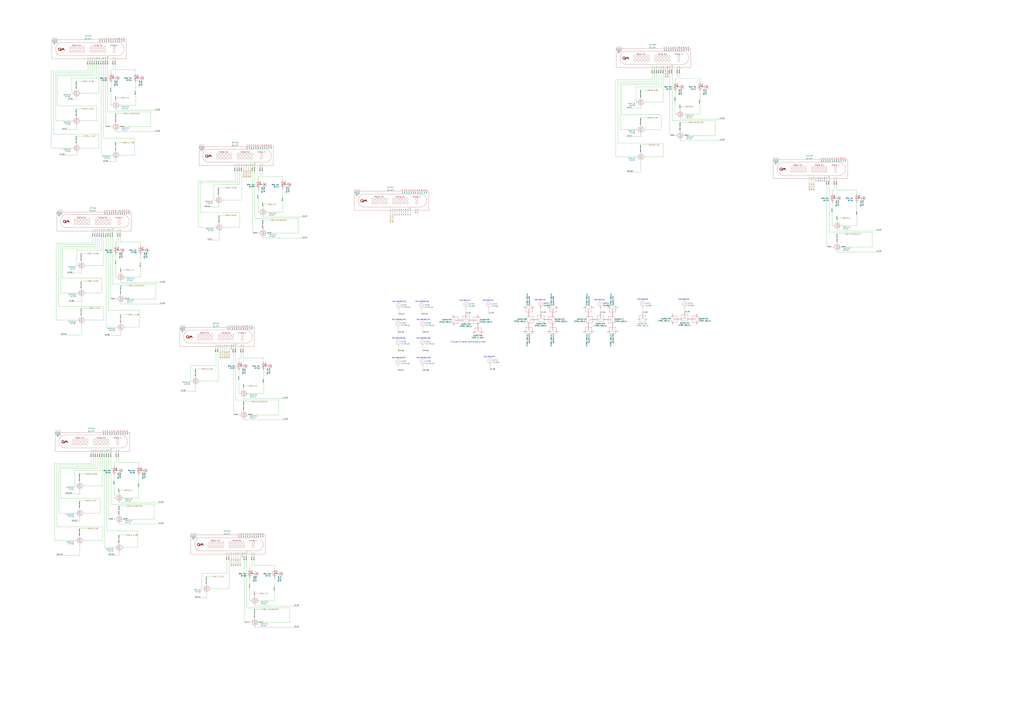
<source format=kicad_sch>
(kicad_sch (version 20230121) (generator eeschema)
  (paper "A0")
  (no_connect (at 949.96 210.185))
  (no_connect (at 947.42 210.185))
  (no_connect (at 458.47 249.555))
  (no_connect (at 957.58 210.185))
  (no_connect (at 955.04 210.185))
  (no_connect (at 471.17 249.555))
  (no_connect (at 482.6 247.015))
  (no_connect (at 476.25 249.555))
  (no_connect (at 485.14 247.015))
  (no_connect (at 281.305 646.43))
  (no_connect (at 463.55 249.555))
  (no_connect (at 952.5 210.185))
  (no_connect (at 468.63 249.555))
  (no_connect (at 473.71 249.555))
  (no_connect (at 466.09 249.555))
  (no_connect (at 268.605 405.13))
  (no_connect (at 461.01 249.555))
  (wire (pts (xy 72.39 323.088) (xy 72.39 288.29)))
  (wire (pts (xy 140.335 386.08) (xy 140.335 389.89)))
  (wire (pts (xy 331.47 214.503) (xy 330.835 214.503)))
  (wire (pts (xy 226.06 694.69) (xy 240.03 694.69)))
  (wire (pts (xy 972.185 271.653) (xy 981.075 271.653)))
  (wire (pts (xy 128.27 271.018) (xy 128.27 347.345)))
  (wire (pts (xy 830.58 140.335) (xy 780.415 140.335)))
  (wire (pts (xy 767.715 100.965) (xy 767.715 81.28)))
  (wire (pts (xy 541.02 358.775) (xy 541.02 364.49)))
  (wire (pts (xy 132.08 90.678) (xy 131.445 90.678)))
  (wire (pts (xy 134.62 128.27) (xy 186.055 128.27)))
  (wire (pts (xy 302.895 214.503) (xy 302.26 214.503)))
  (wire (pts (xy 70.358 340.36) (xy 88.9 340.36)))
  (wire (pts (xy 346.075 271.018) (xy 346.075 254)))
  (wire (pts (xy 100.33 308.483) (xy 120.65 308.483)))
  (wire (pts (xy 998.22 230.378) (xy 997.585 230.378)))
  (wire (pts (xy 568.96 424.22) (xy 568.96 429.895)))
  (wire (pts (xy 94.615 140.335) (xy 112.395 140.335)))
  (wire (pts (xy 98.425 564.515) (xy 118.745 564.515)))
  (wire (pts (xy 94.615 377.825) (xy 94.615 389.255)))
  (wire (pts (xy 92.71 601.98) (xy 92.71 605.79)))
  (wire (pts (xy 489.585 360.045) (xy 489.585 365.76)))
  (wire (pts (xy 180.975 347.345) (xy 180.975 330.073)))
  (wire (pts (xy 99.06 581.66) (xy 92.71 581.66)))
  (wire (pts (xy 102.235 70.993) (xy 102.235 82.423)))
  (wire (pts (xy 302.26 204.978) (xy 302.26 194.945)))
  (wire (pts (xy 789.94 151.765) (xy 789.94 142.24)))
  (wire (pts (xy 88.9 180.34) (xy 88.9 177.8)))
  (wire (pts (xy 727.71 158.75) (xy 744.22 158.75)))
  (wire (pts (xy 88.9 150.495) (xy 88.9 146.05)))
  (wire (pts (xy 92.71 581.66) (xy 92.71 590.042)))
  (wire (pts (xy 120.65 371.983) (xy 120.65 356.108)))
  (wire (pts (xy 157.48 95.758) (xy 157.48 122.428)))
  (wire (pts (xy 717.55 166.37) (xy 717.55 94.615)))
  (wire (pts (xy 68.453 596.265) (xy 68.453 542.544)))
  (wire (pts (xy 59.69 171.958) (xy 83.185 171.958)))
  (wire (pts (xy 462.28 381) (xy 462.28 386.715)))
  (wire (pts (xy 131.445 81.153) (xy 131.445 70.993)))
  (wire (pts (xy 156.21 160.528) (xy 120.015 160.528)))
  (wire (pts (xy 94.615 334.645) (xy 94.615 326.39)))
  (wire (pts (xy 290.83 194.945) (xy 290.83 197.485)))
  (wire (pts (xy 299.72 204.978) (xy 302.26 204.978)))
  (wire (pts (xy 180.975 330.073) (xy 130.81 330.073)))
  (wire (pts (xy 175.26 147.32) (xy 175.26 130.048)))
  (wire (pts (xy 490.855 402.61) (xy 490.855 408.305)))
  (wire (pts (xy 221.615 442.595) (xy 221.615 424.815)))
  (wire (pts (xy 88.9 308.483) (xy 88.9 290.703)))
  (wire (pts (xy 86.995 564.515) (xy 86.995 546.735)))
  (wire (pts (xy 995.045 220.853) (xy 995.045 225.298)))
  (wire (pts (xy 263.525 405.13) (xy 263.525 407.67)))
  (wire (pts (xy 134.62 380.238) (xy 123.19 380.238)))
  (wire (pts (xy 295.275 657.098) (xy 318.77 657.098)))
  (wire (pts (xy 323.85 481.965) (xy 323.85 464.82)))
  (wire (pts (xy 254 218.186) (xy 254 226.695)))
  (wire (pts (xy 146.05 380.238) (xy 161.925 380.238)))
  (wire (pts (xy 138.43 572.77) (xy 138.43 569.595)))
  (wire (pts (xy 293.37 666.623) (xy 292.735 666.623)))
  (wire (pts (xy 92.71 605.79) (xy 83.185 605.79)))
  (wire (pts (xy 138.43 569.595) (xy 144.145 569.595)))
  (wire (pts (xy 273.685 464.82) (xy 273.685 405.13)))
  (wire (pts (xy 260.35 264.16) (xy 278.257 264.16)))
  (wire (pts (xy 453.39 247.015) (xy 453.39 249.555)))
  (wire (pts (xy 230.378 210.439) (xy 273.05 210.439)))
  (wire (pts (xy 161.29 578.485) (xy 144.145 578.485)))
  (wire (pts (xy 83.185 108.458) (xy 83.185 90.678)))
  (wire (pts (xy 789.305 91.44) (xy 789.305 81.28)))
  (wire (pts (xy 972.185 256.54) (xy 972.185 253.238)))
  (wire (pts (xy 94.615 294.513) (xy 94.615 302.768)))
  (wire (pts (xy 770.255 182.245) (xy 770.255 166.37)))
  (wire (pts (xy 304.8 204.978) (xy 328.295 204.978)))
  (wire (pts (xy 113.665 527.05) (xy 113.665 544.322)))
  (wire (pts (xy 717.55 94.615) (xy 760.095 94.615)))
  (wire (pts (xy 966.47 225.298) (xy 966.47 220.853)))
  (wire (pts (xy 305.435 240.665) (xy 305.435 237.363)))
  (wire (pts (xy 305.435 276.86) (xy 356.87 276.86)))
  (wire (pts (xy 305.435 255.778) (xy 314.325 255.778)))
  (wire (pts (xy 939.8 210.185) (xy 939.8 212.725)))
  (wire (pts (xy 283.21 194.945) (xy 283.21 197.485)))
  (wire (pts (xy 128.905 122.428) (xy 128.905 95.758)))
  (wire (pts (xy 336.55 706.12) (xy 286.385 706.12)))
  (wire (pts (xy 285.75 194.945) (xy 285.75 197.485)))
  (wire (pts (xy 760.095 81.28) (xy 760.095 94.615)))
  (wire (pts (xy 283.21 476.25) (xy 283.21 466.598)))
  (wire (pts (xy 295.91 728.98) (xy 347.345 728.98)))
  (wire (pts (xy 104.775 70.993) (xy 104.775 84.328)))
  (wire (pts (xy 744.22 200.025) (xy 744.22 187.96)))
  (wire (pts (xy 70.358 340.36) (xy 70.358 286.512)))
  (wire (pts (xy 121.285 636.27) (xy 121.285 527.05)))
  (wire (pts (xy 92.71 622.3) (xy 92.71 614.045)))
  (wire (pts (xy 309.245 425.323) (xy 308.61 425.323)))
  (wire (pts (xy 88.9 134.62) (xy 88.9 126.365)))
  (wire (pts (xy 812.8 106.045) (xy 812.8 132.715)))
  (wire (pts (xy 107.95 271.018) (xy 107.95 282.448)))
  (wire (pts (xy 140.335 353.06) (xy 191.77 353.06)))
  (wire (pts (xy 65.405 371.983) (xy 88.9 371.983)))
  (wire (pts (xy 323.85 464.82) (xy 273.685 464.82)))
  (wire (pts (xy 787.4 100.965) (xy 786.765 100.965)))
  (wire (pts (xy 59.69 82.423) (xy 59.69 171.958)))
  (wire (pts (xy 144.145 603.25) (xy 179.07 603.25)))
  (wire (pts (xy 94.615 171.958) (xy 114.935 171.958)))
  (wire (pts (xy 140.335 328.295) (xy 191.77 328.295)))
  (wire (pts (xy 254.635 269.875) (xy 254.635 278.765)))
  (wire (pts (xy 283.21 462.915) (xy 334.645 462.915)))
  (wire (pts (xy 1012.825 269.875) (xy 962.66 269.875)))
  (wire (pts (xy 123.19 380.238) (xy 123.19 271.018)))
  (wire (pts (xy 305.435 252.095) (xy 356.87 252.095)))
  (wire (pts (xy 255.905 405.13) (xy 255.905 407.67)))
  (wire (pts (xy 301.625 723.265) (xy 336.55 723.265)))
  (wire (pts (xy 78.74 115.697) (xy 88.9 115.697)))
  (wire (pts (xy 88.9 290.703) (xy 118.11 290.703)))
  (wire (pts (xy 972.185 292.735) (xy 1023.62 292.735)))
  (wire (pts (xy 471.17 247.015) (xy 471.17 249.555)))
  (wire (pts (xy 67.945 284.353) (xy 110.49 284.353)))
  (wire (pts (xy 277.495 457.2) (xy 277.495 430.403)))
  (wire (pts (xy 490.855 425.49) (xy 490.855 431.165)))
  (wire (pts (xy 65.405 282.448) (xy 65.405 371.983)))
  (wire (pts (xy 784.225 157.48) (xy 777.875 157.48)))
  (wire (pts (xy 966.47 287.02) (xy 960.12 287.02)))
  (wire (pts (xy 306.07 415.798) (xy 306.07 420.243)))
  (wire (pts (xy 795.655 157.48) (xy 830.58 157.48)))
  (wire (pts (xy 88.9 166.243) (xy 88.9 157.988)))
  (wire (pts (xy 789.305 91.44) (xy 812.8 91.44)))
  (wire (pts (xy 744.22 125.73) (xy 744.22 124.46)))
  (wire (pts (xy 306.07 430.403) (xy 306.07 457.2)))
  (wire (pts (xy 139.7 281.178) (xy 139.7 271.018)))
  (wire (pts (xy 92.71 645.16) (xy 92.71 633.73)))
  (wire (pts (xy 278.13 214.63) (xy 278.13 194.945)))
  (wire (pts (xy 120.65 308.483) (xy 120.65 271.018)))
  (wire (pts (xy 125.73 645.16) (xy 138.43 645.16)))
  (wire (pts (xy 275.59 194.945) (xy 275.59 212.217)))
  (wire (pts (xy 137.795 537.21) (xy 137.795 527.05)))
  (wire (pts (xy 476.25 247.015) (xy 476.25 249.555)))
  (wire (pts (xy 88.9 115.697) (xy 88.9 114.173)))
  (wire (pts (xy 88.9 126.365) (xy 95.885 126.365)))
  (wire (pts (xy 789.94 163.195) (xy 841.375 163.195)))
  (wire (pts (xy 283.845 646.43) (xy 283.845 723.265)))
  (wire (pts (xy 969.645 230.378) (xy 969.01 230.378)))
  (wire (pts (xy 133.985 81.153) (xy 133.985 70.993)))
  (wire (pts (xy 770.255 118.745) (xy 770.255 81.28)))
  (wire (pts (xy 715.01 92.71) (xy 715.01 182.245)))
  (wire (pts (xy 280.67 232.41) (xy 280.67 194.945)))
  (wire (pts (xy 461.01 247.015) (xy 461.01 249.555)))
  (wire (pts (xy 122.555 70.993) (xy 122.555 147.32)))
  (wire (pts (xy 977.9 287.02) (xy 1012.825 287.02)))
  (wire (pts (xy 163.195 295.783) (xy 163.195 321.945)))
  (wire (pts (xy 283.21 448.183) (xy 288.925 448.183)))
  (wire (pts (xy 80.01 350.52) (xy 94.615 350.52)))
  (wire (pts (xy 175.26 130.048) (xy 125.095 130.048)))
  (wire (pts (xy 305.435 237.363) (xy 311.15 237.363)))
  (wire (pts (xy 455.93 247.015) (xy 455.93 249.555)))
  (wire (pts (xy 66.04 612.14) (xy 66.04 540.385)))
  (wire (pts (xy 715.01 182.245) (xy 738.505 182.245)))
  (wire (pts (xy 288.925 481.965) (xy 323.85 481.965)))
  (wire (pts (xy 299.72 271.018) (xy 293.37 271.018)))
  (wire (pts (xy 115.57 271.018) (xy 115.57 288.29)))
  (wire (pts (xy 134.62 281.178) (xy 137.16 281.178)))
  (wire (pts (xy 311.15 271.018) (xy 346.075 271.018)))
  (wire (pts (xy 295.91 704.215) (xy 295.91 703.58)))
  (wire (pts (xy 770.255 166.37) (xy 717.55 166.37)))
  (wire (pts (xy 468.63 247.015) (xy 468.63 249.555)))
  (wire (pts (xy 336.55 723.265) (xy 336.55 706.12)))
  (wire (pts (xy 71.755 150.495) (xy 88.9 150.495)))
  (wire (pts (xy 749.935 150.495) (xy 767.715 150.495)))
  (wire (pts (xy 88.9 94.488) (xy 88.9 102.743)))
  (wire (pts (xy 466.09 247.015) (xy 466.09 249.555)))
  (wire (pts (xy 140.335 365.633) (xy 148.59 365.633)))
  (wire (pts (xy 721.995 98.552) (xy 765.175 98.552)))
  (wire (pts (xy 138.43 630.555) (xy 138.43 621.665)))
  (wire (pts (xy 277.495 415.798) (xy 280.035 415.798)))
  (wire (pts (xy 160.02 616.585) (xy 123.825 616.585)))
  (wire (pts (xy 126.365 527.05) (xy 126.365 603.25)))
  (wire (pts (xy 290.195 661.543) (xy 290.195 657.098)))
  (wire (pts (xy 305.435 265.303) (xy 305.435 255.778)))
  (wire (pts (xy 567.69 358.775) (xy 567.69 364.49)))
  (wire (pts (xy 94.615 317.5) (xy 94.615 314.198)))
  (wire (pts (xy 116.205 546.735) (xy 116.205 527.05)))
  (wire (pts (xy 972.185 267.97) (xy 1023.62 267.97)))
  (wire (pts (xy 972.185 253.238) (xy 977.9 253.238)))
  (wire (pts (xy 815.975 100.965) (xy 815.34 100.965)))
  (wire (pts (xy 107.315 70.993) (xy 107.315 86.487)))
  (wire (pts (xy 138.43 584.2) (xy 189.865 584.2)))
  (wire (pts (xy 140.335 331.978) (xy 149.225 331.978)))
  (wire (pts (xy 92.71 550.545) (xy 99.695 550.545)))
  (wire (pts (xy 290.195 723.265) (xy 283.845 723.265)))
  (wire (pts (xy 86.995 546.735) (xy 116.205 546.735)))
  (wire (pts (xy 137.16 281.178) (xy 137.16 271.018)))
  (wire (pts (xy 134.62 131.953) (xy 143.51 131.953)))
  (wire (pts (xy 62.23 156.083) (xy 62.23 84.328)))
  (wire (pts (xy 767.715 133.35) (xy 721.995 133.35)))
  (wire (pts (xy 65.405 645.16) (xy 92.71 645.16)))
  (wire (pts (xy 232.41 246.761) (xy 232.41 212.217)))
  (wire (pts (xy 118.11 290.703) (xy 118.11 271.018)))
  (wire (pts (xy 138.43 645.16) (xy 138.43 641.985)))
  (wire (pts (xy 462.915 360.045) (xy 462.915 365.76)))
  (wire (pts (xy 125.095 130.048) (xy 125.095 70.993)))
  (wire (pts (xy 295.91 707.898) (xy 304.8 707.898)))
  (wire (pts (xy 962.66 269.875) (xy 962.66 210.185)))
  (wire (pts (xy 164.465 546.735) (xy 163.83 546.735)))
  (wire (pts (xy 295.91 692.15) (xy 295.91 689.483)))
  (wire (pts (xy 134.62 285.623) (xy 134.62 281.178)))
  (wire (pts (xy 140.335 180.213) (xy 156.21 180.213)))
  (wire (pts (xy 135.255 537.21) (xy 135.255 527.05)))
  (wire (pts (xy 118.745 628.015) (xy 118.745 612.14)))
  (wire (pts (xy 78.74 115.57) (xy 78.74 115.697)))
  (wire (pts (xy 116.205 596.265) (xy 116.205 579.12)))
  (wire (pts (xy 266.065 683.895) (xy 266.065 646.43)))
  (wire (pts (xy 62.23 84.328) (xy 104.775 84.328)))
  (wire (pts (xy 318.77 697.865) (xy 301.625 697.865)))
  (wire (pts (xy 134.62 185.928) (xy 134.62 187.96)))
  (wire (pts (xy 138.43 621.665) (xy 146.685 621.665)))
  (wire (pts (xy 749.935 182.245) (xy 770.255 182.245)))
  (wire (pts (xy 76.2 574.04) (xy 92.71 574.04)))
  (wire (pts (xy 744.22 104.775) (xy 751.205 104.775)))
  (wire (pts (xy 254.635 258.445) (xy 254.635 250.063)))
  (wire (pts (xy 110.49 271.018) (xy 110.49 284.353)))
  (wire (pts (xy 128.905 586.105) (xy 128.905 527.05)))
  (wire (pts (xy 757.555 81.28) (xy 757.555 92.71)))
  (wire (pts (xy 248.285 215.011) (xy 248.92 215.011)))
  (wire (pts (xy 230.378 264.16) (xy 230.378 210.439)))
  (wire (pts (xy 304.8 204.978) (xy 304.8 194.945)))
  (wire (pts (xy 1012.825 287.02) (xy 1012.825 269.875)))
  (wire (pts (xy 812.8 91.44) (xy 812.8 95.885)))
  (wire (pts (xy 290.195 657.098) (xy 292.735 657.098)))
  (wire (pts (xy 63.5 538.48) (xy 63.5 628.015)))
  (wire (pts (xy 140.335 313.563) (xy 146.05 313.563)))
  (wire (pts (xy 68.453 596.265) (xy 86.995 596.265)))
  (wire (pts (xy 92.71 550.545) (xy 92.71 558.8)))
  (wire (pts (xy 140.335 147.32) (xy 175.26 147.32)))
  (wire (pts (xy 78.105 317.5) (xy 94.615 317.5)))
  (wire (pts (xy 744.22 176.53) (xy 744.22 168.275)))
  (wire (pts (xy 278.257 264.16) (xy 278.257 246.761)))
  (wire (pts (xy 259.715 232.41) (xy 280.67 232.41)))
  (wire (pts (xy 68.453 542.544) (xy 111.125 542.544)))
  (wire (pts (xy 160.02 636.27) (xy 160.02 616.585)))
  (wire (pts (xy 944.88 210.185) (xy 944.88 212.725)))
  (wire (pts (xy 245.745 683.895) (xy 266.065 683.895)))
  (wire (pts (xy 94.615 294.513) (xy 101.6 294.513)))
  (wire (pts (xy 128.905 180.213) (xy 117.475 180.213)))
  (wire (pts (xy 254 240.665) (xy 254 238.125)))
  (wire (pts (xy 163.195 321.945) (xy 146.05 321.945)))
  (wire (pts (xy 295.275 657.098) (xy 295.275 646.43)))
  (wire (pts (xy 727.71 125.73) (xy 744.22 125.73)))
  (wire (pts (xy 719.963 150.495) (xy 738.505 150.495)))
  (wire (pts (xy 163.195 281.178) (xy 163.195 285.623)))
  (wire (pts (xy 116.205 579.12) (xy 70.485 579.12)))
  (wire (pts (xy 830.58 157.48) (xy 830.58 140.335)))
  (wire (pts (xy 132.715 541.655) (xy 132.715 537.21)))
  (wire (pts (xy 248.285 215.011) (xy 248.285 232.41)))
  (wire (pts (xy 70.485 544.322) (xy 113.665 544.322)))
  (wire (pts (xy 283.21 466.598) (xy 292.1 466.598)))
  (wire (pts (xy 70.485 389.255) (xy 94.615 389.255)))
  (wire (pts (xy 995.045 262.255) (xy 977.9 262.255)))
  (wire (pts (xy 161.29 551.815) (xy 161.29 578.485)))
  (wire (pts (xy 72.39 288.29) (xy 115.57 288.29)))
  (wire (pts (xy 757.555 92.71) (xy 715.01 92.71)))
  (wire (pts (xy 969.01 220.853) (xy 969.01 210.185)))
  (wire (pts (xy 277.495 481.965) (xy 271.145 481.965)))
  (wire (pts (xy 784.225 91.44) (xy 786.765 91.44)))
  (wire (pts (xy 161.925 360.553) (xy 125.73 360.553)))
  (wire (pts (xy 138.43 608.965) (xy 189.865 608.965)))
  (wire (pts (xy 114.935 108.458) (xy 114.935 70.993)))
  (wire (pts (xy 263.525 666.115) (xy 263.525 646.43)))
  (wire (pts (xy 134.62 128.27) (xy 134.62 128.143)))
  (wire (pts (xy 240.665 278.765) (xy 254.635 278.765)))
  (wire (pts (xy 995.045 235.458) (xy 995.045 262.255)))
  (wire (pts (xy 69.215 180.34) (xy 88.9 180.34)))
  (wire (pts (xy 111.125 527.05) (xy 111.125 542.544)))
  (wire (pts (xy 765.175 81.28) (xy 765.175 98.552)))
  (wire (pts (xy 971.55 220.853) (xy 995.045 220.853)))
  (wire (pts (xy 144.145 636.27) (xy 160.02 636.27)))
  (wire (pts (xy 94.615 108.458) (xy 114.935 108.458)))
  (wire (pts (xy 139.7 281.178) (xy 163.195 281.178)))
  (wire (pts (xy 762.635 81.28) (xy 762.635 96.774)))
  (wire (pts (xy 744.22 158.75) (xy 744.22 156.21)))
  (wire (pts (xy 94.615 358.013) (xy 103.505 358.013)))
  (wire (pts (xy 140.335 327.66) (xy 140.335 328.295)))
  (wire (pts (xy 118.745 564.515) (xy 118.745 527.05)))
  (wire (pts (xy 70.485 579.12) (xy 70.485 544.322)))
  (wire (pts (xy 777.875 81.28) (xy 777.875 157.48)))
  (wire (pts (xy 227.33 428.625) (xy 234.315 428.625)))
  (wire (pts (xy 64.643 140.335) (xy 83.185 140.335)))
  (wire (pts (xy 132.715 578.485) (xy 132.715 551.815)))
  (wire (pts (xy 179.07 586.105) (xy 128.905 586.105)))
  (wire (pts (xy 94.615 326.39) (xy 101.6 326.39)))
  (wire (pts (xy 250.825 424.815) (xy 250.825 405.13)))
  (wire (pts (xy 83.185 90.678) (xy 112.395 90.678)))
  (wire (pts (xy 268.605 646.43) (xy 268.605 648.97)))
  (wire (pts (xy 789.94 123.825) (xy 795.655 123.825)))
  (wire (pts (xy 744.22 104.775) (xy 744.22 113.03)))
  (wire (pts (xy 248.92 215.011) (xy 248.92 214.63)))
  (wire (pts (xy 240.03 669.925) (xy 240.03 678.18)))
  (wire (pts (xy 113.03 271.018) (xy 113.03 286.512)))
  (wire (pts (xy 140.335 316.23) (xy 140.335 313.563)))
  (wire (pts (xy 306.07 457.2) (xy 288.925 457.2)))
  (wire (pts (xy 140.335 341.63) (xy 140.335 331.978)))
  (wire (pts (xy 328.295 204.978) (xy 328.295 209.423)))
  (wire (pts (xy 321.945 666.623) (xy 321.31 666.623)))
  (wire (pts (xy 295.91 717.55) (xy 295.91 707.898)))
  (wire (pts (xy 88.9 94.488) (xy 95.885 94.488)))
  (wire (pts (xy 134.62 116.713) (xy 134.62 113.538)))
  (wire (pts (xy 230.378 264.16) (xy 248.92 264.16)))
  (wire (pts (xy 118.11 340.36) (xy 118.11 323.088)))
  (wire (pts (xy 749.935 118.745) (xy 770.255 118.745)))
  (wire (pts (xy 767.715 150.495) (xy 767.715 133.35)))
  (wire (pts (xy 280.035 415.798) (xy 280.035 405.13)))
  (wire (pts (xy 161.29 537.21) (xy 161.29 541.655)))
  (wire (pts (xy 462.28 425.48) (xy 462.28 431.165)))
  (wire (pts (xy 254 218.186) (xy 261.747 218.186)))
  (wire (pts (xy 280.67 425.323) (xy 280.035 425.323)))
  (wire (pts (xy 942.34 210.185) (xy 942.34 212.725)))
  (wire (pts (xy 283.21 451.485) (xy 283.21 448.183)))
  (wire (pts (xy 278.257 246.761) (xy 232.41 246.761)))
  (wire (pts (xy 221.615 424.815) (xy 250.825 424.815)))
  (wire (pts (xy 138.43 597.535) (xy 138.43 588.01)))
  (wire (pts (xy 118.745 612.14) (xy 66.04 612.14)))
  (wire (pts (xy 283.21 487.68) (xy 334.645 487.68)))
  (wire (pts (xy 789.94 127) (xy 789.94 123.825)))
  (wire (pts (xy 282.575 415.798) (xy 306.07 415.798)))
  (wire (pts (xy 789.94 142.24) (xy 798.83 142.24)))
  (wire (pts (xy 118.11 323.088) (xy 72.39 323.088)))
  (wire (pts (xy 744.22 136.652) (xy 751.205 136.652)))
  (wire (pts (xy 795.02 358.14) (xy 795.02 363.22)))
  (wire (pts (xy 697.23 358.14) (xy 697.23 363.855)))
  (wire (pts (xy 137.795 290.703) (xy 137.16 290.703)))
  (wire (pts (xy 746.125 358.14) (xy 746.125 363.845)))
  (wire (pts (xy 295.91 704.215) (xy 347.345 704.215)))
  (wire (pts (xy 179.07 603.25) (xy 179.07 586.105)))
  (wire (pts (xy 784.225 95.885) (xy 784.225 91.44)))
  (wire (pts (xy 744.22 144.78) (xy 744.22 136.652)))
  (wire (pts (xy 130.81 330.073) (xy 130.81 271.018)))
  (wire (pts (xy 966.47 220.853) (xy 969.01 220.853)))
  (wire (pts (xy 628.015 358.14) (xy 628.015 363.855)))
  (wire (pts (xy 318.77 671.703) (xy 318.77 697.865)))
  (wire (pts (xy 121.285 389.89) (xy 140.335 389.89)))
  (wire (pts (xy 138.43 588.01) (xy 147.32 588.01)))
  (wire (pts (xy 266.065 405.13) (xy 266.065 407.67)))
  (wire (pts (xy 114.935 156.083) (xy 62.23 156.083)))
  (wire (pts (xy 786.765 91.44) (xy 786.765 81.28)))
  (wire (pts (xy 234.315 666.115) (xy 263.525 666.115)))
  (wire (pts (xy 960.12 210.185) (xy 960.12 287.02)))
  (wire (pts (xy 66.675 123.063) (xy 66.675 88.265)))
  (wire (pts (xy 117.475 180.213) (xy 117.475 70.993)))
  (wire (pts (xy 134.62 321.945) (xy 134.62 295.783)))
  (wire (pts (xy 232.41 212.217) (xy 275.59 212.217)))
  (wire (pts (xy 134.62 113.538) (xy 140.335 113.538)))
  (wire (pts (xy 271.145 405.13) (xy 271.145 481.965)))
  (wire (pts (xy 100.33 371.983) (xy 120.65 371.983)))
  (wire (pts (xy 119.38 187.96) (xy 134.62 187.96)))
  (wire (pts (xy 106.045 527.05) (xy 106.045 538.48)))
  (wire (pts (xy 295.91 254) (xy 295.91 194.945)))
  (wire (pts (xy 88.9 157.988) (xy 97.79 157.988)))
  (wire (pts (xy 132.715 636.27) (xy 121.285 636.27)))
  (wire (pts (xy 132.715 537.21) (xy 135.255 537.21)))
  (wire (pts (xy 102.235 82.423) (xy 59.69 82.423)))
  (wire (pts (xy 134.62 174.498) (xy 134.62 165.608)))
  (wire (pts (xy 780.415 140.335) (xy 780.415 81.28)))
  (wire (pts (xy 132.715 603.25) (xy 126.365 603.25)))
  (wire (pts (xy 271.145 646.43) (xy 271.145 648.97)))
  (wire (pts (xy 719.963 150.495) (xy 719.963 96.774)))
  (wire (pts (xy 789.94 138.43) (xy 841.375 138.43)))
  (wire (pts (xy 248.92 214.63) (xy 278.13 214.63)))
  (wire (pts (xy 253.365 442.595) (xy 253.365 405.13)))
  (wire (pts (xy 295.91 689.483) (xy 301.625 689.483)))
  (wire (pts (xy 146.05 347.345) (xy 180.975 347.345)))
  (wire (pts (xy 490.855 381) (xy 490.855 386.715)))
  (wire (pts (xy 134.62 347.345) (xy 128.27 347.345)))
  (wire (pts (xy 92.71 614.045) (xy 101.6 614.045)))
  (wire (pts (xy 286.385 706.12) (xy 286.385 646.43)))
  (wire (pts (xy 318.77 657.098) (xy 318.77 661.543)))
  (wire (pts (xy 282.575 415.798) (xy 282.575 405.13)))
  (wire (pts (xy 234.315 683.895) (xy 234.315 666.115)))
  (wire (pts (xy 157.48 81.153) (xy 157.48 85.598)))
  (wire (pts (xy 458.47 247.015) (xy 458.47 249.555)))
  (wire (pts (xy 134.62 153.035) (xy 186.055 153.035)))
  (wire (pts (xy 128.905 147.32) (xy 122.555 147.32)))
  (wire (pts (xy 92.71 574.04) (xy 92.71 570.23)))
  (wire (pts (xy 134.62 165.608) (xy 142.875 165.608)))
  (wire (pts (xy 299.72 246.38) (xy 299.72 219.583)))
  (wire (pts (xy 277.495 420.243) (xy 277.495 415.798)))
  (wire (pts (xy 292.735 657.098) (xy 292.735 646.43)))
  (wire (pts (xy 64.643 86.487) (xy 107.315 86.487)))
  (wire (pts (xy 328.295 246.38) (xy 311.15 246.38)))
  (wire (pts (xy 106.045 538.48) (xy 63.5 538.48)))
  (wire (pts (xy 784.225 132.715) (xy 784.225 106.045)))
  (wire (pts (xy 109.855 70.993) (xy 109.855 88.265)))
  (wire (pts (xy 462.28 402.6) (xy 462.28 408.305)))
  (wire (pts (xy 276.225 646.43) (xy 276.225 648.97)))
  (wire (pts (xy 112.395 123.063) (xy 66.675 123.063)))
  (wire (pts (xy 971.55 220.853) (xy 971.55 210.185)))
  (wire (pts (xy 123.825 616.585) (xy 123.825 527.05)))
  (wire (pts (xy 137.795 537.21) (xy 161.29 537.21)))
  (wire (pts (xy 293.37 194.945) (xy 293.37 271.018)))
  (wire (pts (xy 273.685 646.43) (xy 273.685 648.97)))
  (wire (pts (xy 473.71 247.015) (xy 473.71 249.555)))
  (wire (pts (xy 812.8 132.715) (xy 795.655 132.715)))
  (wire (pts (xy 233.045 442.595) (xy 253.365 442.595)))
  (wire (pts (xy 227.33 428.625) (xy 227.33 436.88)))
  (wire (pts (xy 140.335 374.523) (xy 140.335 365.633)))
  (wire (pts (xy 721.995 133.35) (xy 721.995 98.552)))
  (wire (pts (xy 209.55 454.66) (xy 227.33 454.66)))
  (wire (pts (xy 157.48 122.428) (xy 140.335 122.428)))
  (wire (pts (xy 64.643 140.335) (xy 64.643 86.487)))
  (wire (pts (xy 114.935 171.958) (xy 114.935 156.083)))
  (wire (pts (xy 288.29 194.945) (xy 288.29 197.485)))
  (wire (pts (xy 112.395 140.335) (xy 112.395 123.063)))
  (wire (pts (xy 328.295 219.583) (xy 328.295 246.38)))
  (wire (pts (xy 237.49 240.665) (xy 254 240.665)))
  (wire (pts (xy 134.62 141.605) (xy 134.62 131.953)))
  (wire (pts (xy 719.963 96.774) (xy 762.635 96.774)))
  (wire (pts (xy 305.435 276.86) (xy 305.435 276.733)))
  (wire (pts (xy 346.075 254) (xy 295.91 254)))
  (wire (pts (xy 254.635 250.063) (xy 261.747 250.063)))
  (wire (pts (xy 227.33 454.66) (xy 227.33 448.31)))
  (wire (pts (xy 135.89 546.735) (xy 135.255 546.735)))
  (wire (pts (xy 94.615 366.268) (xy 94.615 358.013)))
  (wire (pts (xy 112.395 90.678) (xy 112.395 70.993)))
  (wire (pts (xy 278.765 646.43) (xy 278.765 648.97)))
  (wire (pts (xy 273.05 194.945) (xy 273.05 210.439)))
  (wire (pts (xy 120.65 356.108) (xy 67.945 356.108)))
  (wire (pts (xy 128.905 81.153) (xy 131.445 81.153)))
  (wire (pts (xy 67.945 356.108) (xy 67.945 284.353)))
  (wire (pts (xy 463.55 247.015) (xy 463.55 249.555)))
  (wire (pts (xy 66.675 88.265) (xy 109.855 88.265)))
  (wire (pts (xy 66.04 540.385) (xy 108.585 540.385)))
  (wire (pts (xy 94.615 350.52) (xy 94.615 346.075)))
  (wire (pts (xy 120.015 160.528) (xy 120.015 70.993)))
  (wire (pts (xy 160.655 90.678) (xy 160.02 90.678)))
  (wire (pts (xy 966.47 262.255) (xy 966.47 235.458)))
  (wire (pts (xy 108.585 527.05) (xy 108.585 540.385)))
  (wire (pts (xy 240.03 669.925) (xy 247.015 669.925)))
  (wire (pts (xy 727.71 200.025) (xy 744.22 200.025)))
  (wire (pts (xy 161.925 380.238) (xy 161.925 360.553)))
  (wire (pts (xy 166.37 290.703) (xy 165.735 290.703)))
  (wire (pts (xy 98.425 596.265) (xy 116.205 596.265)))
  (wire (pts (xy 63.5 628.015) (xy 86.995 628.015)))
  (wire (pts (xy 290.195 697.865) (xy 290.195 671.703)))
  (wire (pts (xy 98.425 628.015) (xy 118.745 628.015)))
  (wire (pts (xy 738.505 118.745) (xy 738.505 100.965)))
  (wire (pts (xy 100.33 340.36) (xy 118.11 340.36)))
  (wire (pts (xy 240.03 694.69) (xy 240.03 689.61)))
  (wire (pts (xy 299.72 209.423) (xy 299.72 204.978)))
  (wire (pts (xy 125.73 360.553) (xy 125.73 271.018)))
  (wire (pts (xy 738.505 100.965) (xy 767.715 100.965)))
  (wire (pts (xy 70.358 286.512) (xy 113.03 286.512)))
  (wire (pts (xy 972.185 281.305) (xy 972.185 271.653)))
  (wire (pts (xy 156.21 180.213) (xy 156.21 160.528)))
  (wire (pts (xy 133.985 81.153) (xy 157.48 81.153)))
  (wire (pts (xy 260.985 405.13) (xy 260.985 407.67)))
  (wire (pts (xy 128.905 85.598) (xy 128.905 81.153)))
  (wire (pts (xy 107.95 282.448) (xy 65.405 282.448)))
  (wire (pts (xy 258.445 405.13) (xy 258.445 407.67)))
  (wire (pts (xy 744.22 168.275) (xy 753.11 168.275)))
  (text "192.168.000.208" (at 483.235 416.56 0) (effects (font (size 1.27 1.27)) (justify left bottom)))
  (text "192.168.0.39" (at 561.34 415.29 0) (effects (font (size 1.27 1.27)) (justify left bottom)))
  (text "192.168.0.34" (at 689.61 349.25 0) (effects (font (size 1.27 1.27)) (justify left bottom)))
  (text "192.168.000.203" (at 454.66 372.11 0) (effects (font (size 1.27 1.27)) (justify left bottom)))
  (text "192.168.000.201" (at 455.295 351.155 0) (effects (font (size 1.27 1.27)) (justify left bottom)))
  (text "192.168.0.35" (at 739.775 348.615 0) (effects (font (size 1.27 1.27)) (justify left bottom)))
  (text "192.168.000.206" (at 483.235 393.7 0) (effects (font (size 1.27 1.27)) (justify left bottom)))
  (text "192.168.0.33" (at 620.395 349.25 0) (effects (font (size 1.27 1.27)) (justify left bottom)))
  (text "192.168.0.32" (at 560.07 349.885 0) (effects (font (size 1.27 1.27)) (justify left bottom)))
  (text "192.168.000.202" (at 481.965 351.155 0) (effects (font (size 1.27 1.27)) (justify left bottom)))
  (text "192.168.000.207" (at 454.66 416.56 0) (effects (font (size 1.27 1.27)) (justify left bottom)))
  (text "192.168.0.36" (at 787.4 348.615 0) (effects (font (size 1.27 1.27)) (justify left bottom)))
  (text "Frist split to SpinQ, second split to Marki\n" (at 523.24 398.145 0) (effects (font (size 1.27 1.27)) (justify left bottom)))
  (text "192.168.000.204" (at 483.235 372.11 0) (effects (font (size 1.27 1.27)) (justify left bottom)))
  (text "192.168.000.205" (at 454.66 393.7 0) (effects (font (size 1.27 1.27)) (justify left bottom)))
  (text "192.168.0.31" (at 533.4 349.885 0) (effects (font (size 1.27 1.27)) (justify left bottom)))
  (label "QM_6_10" (at 138.557 588.01 270) (effects (font (size 0.64 0.64))))
  (label "QM_2_IN" (at 299.72 230.378 90) (effects (font (size 0.64 0.64))))
  (label "QM_1_IN" (at 128.905 106.553 90) (effects (font (size 0.64 0.64))))
  (label "QM_5_IN" (at 280.67 425.323 90) (effects (font (size 0.64 0.64))))
  (label "QM_9_IN" (at 966.47 246.253 90) (effects (font (size 0.64 0.64))))
  (label "QM_4_IN" (at 163.195 309.753 90) (effects (font (size 0.64 0.64))))
  (label "LO_03" (at 186.055 128.27 180))
  (label "QM_8_IN" (at 812.8 120.015 90) (effects (font (size 0.64 0.64))))
  (label "LO_01" (at 78.74 115.57 0))
  (label "QM_4_10" (at 140.462 331.978 270) (effects (font (size 0.64 0.64))))
  (label "QM_4_7" (at 123.19 274.828 90) (effects (font (size 0.64 0.64))))
  (label "QM_8_9" (at 789.94 147.955 270) (effects (font (size 0.64 0.64))))
  (label "QM_4_IN" (at 139.7 274.828 90) (effects (font (size 0.64 0.64))))
  (label "QM_2_IN" (at 331.47 214.503 90) (effects (font (size 0.64 0.64))))
  (label "QM_6_8" (at 123.825 530.86 90) (effects (font (size 0.64 0.64))))
  (label "QM_5_9" (at 283.21 472.313 270) (effects (font (size 0.64 0.64))))
  (label "QM_7_9" (at 295.91 713.613 270) (effects (font (size 0.64 0.64))))
  (label "LO_03" (at 841.375 138.43 180))
  (label "QM_7_10" (at 286.385 650.748 90) (effects (font (size 0.64 0.64))))
  (label "QM_4_IN" (at 166.37 290.703 90) (effects (font (size 0.64 0.64))))
  (label "QM_7_IN" (at 321.945 666.623 90) (effects (font (size 0.64 0.64))))
  (label "QM_1_10" (at 144.145 147.32 180) (effects (font (size 0.64 0.64))))
  (label "QM_9_10" (at 981.71 287.02 180) (effects (font (size 0.64 0.64))))
  (label "QM_4_IN" (at 140.335 315.468 90) (effects (font (size 0.64 0.64))))
  (label "QM_6_8" (at 138.43 625.475 90) (effects (font (size 0.64 0.64))))
  (label "QM_7_2" (at 240.03 673.735 90) (effects (font (size 0.64 0.64))))
  (label "QM_5_IN" (at 309.245 425.323 90) (effects (font (size 0.64 0.64))))
  (label "ERA_02" (at 70.485 389.255 0))
  (label "QM_5_9" (at 271.145 409.448 90) (effects (font (size 0.64 0.64))))
  (label "QM_8_6" (at 744.22 108.585 90) (effects (font (size 0.64 0.64))))
  (label "QM_8_10" (at 780.415 85.09 90) (effects (font (size 0.64 0.64))))
  (label "ERA_03" (at 65.405 645.16 0))
  (label "QM_7_IN" (at 318.77 685.673 90) (effects (font (size 0.64 0.64))))
  (label "LO_04" (at 347.345 704.215 180))
  (label "QM_4_IN" (at 137.795 290.703 90) (effects (font (size 0.64 0.64))))
  (label "QM_4_8" (at 125.73 274.828 90) (effects (font (size 0.64 0.64))))
  (label "ERA_02" (at 489.585 365.76 0))
  (label "QM_7_IN" (at 292.735 650.748 90) (effects (font (size 0.64 0.64))))
  (label "LO_04" (at 334.645 462.915 180))
  (label "QM_8_9" (at 782.701 157.48 180) (effects (font (size 0.64 0.64))))
  (label "LO_03" (at 841.375 163.195 180))
  (label "QM_5_1" (at 227.33 436.88 90) (effects (font (size 0.64 0.64))))
  (label "LO_01" (at 727.71 125.73 0))
  (label "QM_6_IN" (at 161.29 565.785 90) (effects (font (size 0.64 0.64))))
  (label "ERA_06" (at 125.73 645.16 0))
  (label "QM_1_1" (at 102.235 74.803 90) (effects (font (size 0.64 0.64))))
  (label "QM_4_2" (at 94.615 361.823 90) (effects (font (size 0.64 0.64))))
  (label "QM_4_5" (at 94.615 302.768 90) (effects (font (size 0.64 0.64))))
  (label "QM_1_1" (at 88.9 166.243 90) (effects (font (size 0.64 0.64))))
  (label "QM_5_10" (at 292.735 481.965 180) (effects (font (size 0.64 0.64))))
  (label "QM_4_9" (at 133.096 347.345 180) (effects (font (size 0.64 0.64))))
  (label "QM_8_5" (at 744.22 113.03 90) (effects (font (size 0.64 0.64))))
  (label "LO_06" (at 78.105 317.5 0))
  (label "QM_1_9" (at 134.62 137.668 270) (effects (font (size 0.64 0.64))))
  (label "QM_7_IN" (at 290.195 682.498 90) (effects (font (size 0.64 0.64))))
  (label "QM_4_IN" (at 137.16 274.828 90) (effects (font (size 0.64 0.64))))
  (label "QM_2_10" (at 295.91 198.628 90) (effects (font (size 0.64 0.64))))
  (label "QM_4_6" (at 94.615 298.323 90) (effects (font (size 0.64 0.64))))
  (label "QM_7_IN" (at 295.91 691.388 90) (effects (font (size 0.64 0.64))))
  (label "LO_01" (at 71.755 150.495 0))
  (label "QM_7_IN" (at 293.37 666.623 90) (effects (font (size 0.64 0.64))))
  (label "QM_6_9" (at 131.191 603.25 180) (effects (font (size 0.64 0.64))))
  (label "LO_05" (at 119.38 187.96 0))
  (label "ERA_08" (at 490.855 431.165 0))
  (label "QM_5_2" (at 253.365 408.94 90) (effects (font (size 0.64 0.64))))
  (label "ERA_07" (at 462.28 431.165 0))
  (label "QM_4_10" (at 130.81 274.828 90) (effects (font (size 0.64 0.64))))
  (label "QM_4_3" (at 94.615 334.645 90) (effects (font (size 0.64 0.64))))
  (label "QM_5_IN" (at 306.07 444.373 90) (effects (font (size 0.64 0.64))))
  (label "LO_01" (at 727.71 158.75 0))
  (label "QM_8_6" (at 770.255 85.09 90) (effects (font (size 0.64 0.64))))
  (label "QM_1_4" (at 109.855 74.803 90) (effects (font (size 0.64 0.64))))
  (label "QM_6_3" (at 111.125 530.86 90) (effects (font (size 0.64 0.64))))
  (label "LO_01" (at 240.665 278.765 0))
  (label "QM_1_IN" (at 131.445 74.803 90) (effects (font (size 0.64 0.64))))
  (label "QM_8_9" (at 777.875 85.09 90) (effects (font (size 0.64 0.64))))
  (label "LO_03" (at 628.015 363.855 0))
  (label "QM_6_9" (at 138.43 593.725 270) (effects (font (size 0.64 0.64))))
  (label "QM_4_9" (at 128.27 274.828 90) (effects (font (size 0.64 0.64))))
  (label "ERA_04" (at 83.185 605.79 0))
  (label "QM_8_1" (at 757.555 85.09 90) (effects (font (size 0.64 0.64))))
  (label "QM_2_10" (at 305.562 255.778 270) (effects (font (size 0.64 0.64))))
  (label "QM_4_1" (at 94.615 366.268 90) (effects (font (size 0.64 0.64))))
  (label "LO_03" (at 191.77 353.06 180))
  (label "QM_9_IN" (at 969.01 214.503 90) (effects (font (size 0.64 0.64))))
  (label "QM_6_10" (at 147.955 603.25 180) (effects (font (size 0.64 0.64))))
  (label "QM_7_1" (at 263.525 650.24 90) (effects (font (size 0.64 0.64))))
  (label "QM_4_10" (at 149.86 347.345 180) (effects (font (size 0.64 0.64))))
  (label "QM_1_IN" (at 160.655 90.678 90) (effects (font (size 0.64 0.64))))
  (label "QM_7_2" (at 266.065 650.24 90) (effects (font (size 0.64 0.64))))
  (label "QM_6_IN" (at 135.255 530.86 90) (effects (font (size 0.64 0.64))))
  (label "QM_6_1" (at 92.71 622.3 90) (effects (font (size 0.64 0.64))))
  (label "LO_04" (at 356.87 276.86 180))
  (label "QM_4_IN" (at 815.975 100.965 90) (effects (font (size 0.64 0.64))))
  (label "QM_7_10" (at 296.037 707.898 270) (effects (font (size 0.64 0.64))))
  (label "QM_2_4" (at 254.635 253.873 90) (effects (font (size 0.64 0.64))))
  (label "QM_8_3" (at 744.22 144.78 90) (effects (font (size 0.64 0.64))))
  (label "QM_1_IN" (at 134.62 115.443 90) (effects (font (size 0.64 0.64))))
  (label "QM_2_IN" (at 328.295 233.553 90) (effects (font (size 0.64 0.64))))
  (label "QM_1_8" (at 120.015 74.803 90) (effects (font (size 0.64 0.64))))
  (label "LO_06" (at 795.02 363.22 0))
  (label "QM_6_2" (at 108.585 530.86 90) (effects (font (size 0.64 0.64))))
  (label "QM_4_7" (at 140.335 374.523 90) (effects (font (size 0.64 0.64))))
  (label "LO_05" (at 746.125 363.845 0))
  (label "QM_4_5" (at 118.11 274.828 90) (effects (font (size 0.64 0.64))))
  (label "LO_06" (at 209.55 454.66 0))
  (label "QM_8_IN" (at 789.94 125.73 90) (effects (font (size 0.64 0.64))))
  (label "QM_6_IN" (at 164.465 546.735 90) (effects (font (size 0.64 0.64))))
  (label "QM_4_1" (at 107.95 274.828 90) (effects (font (size 0.64 0.64))))
  (label "QM_6_IN" (at 137.795 530.86 90) (effects (font (size 0.64 0.64))))
  (label "QM_2_6" (at 254 221.996 90) (effects (font (size 0.64 0.64))))
  (label "QM_1_3" (at 107.315 74.803 90) (effects (font (size 0.64 0.64))))
  (label "QM_5_1" (at 250.825 408.94 90) (effects (font (size 0.64 0.64))))
  (label "QM_8_4" (at 765.175 85.09 90) (effects (font (size 0.64 0.64))))
  (label "QM_9_IN" (at 995.045 249.428 90) (effects (font (size 0.64 0.64))))
  (label "LO_02" (at 567.69 364.49 0))
  (label "LO_03" (at 189.865 608.965 180))
  (label "ERA_07" (at 226.06 694.69 0))
  (label "QM_1_5" (at 88.9 102.743 90) (effects (font (size 0.64 0.64))))
  (label "QM_6_6" (at 92.71 554.355 90) (effects (font (size 0.64 0.64))))
  (label "LO_05" (at 69.215 180.34 0))
  (label "QM_1_5" (at 112.395 74.803 90) (effects (font (size 0.64 0.64))))
  (label "QM_7_1" (at 240.03 678.18 90) (effects (font (size 0.64 0.64))))
  (label "ERA_04" (at 490.855 386.715 0))
  (label "QM_5_IN" (at 282.575 409.448 90) (effects (font (size 0.64 0.64))))
  (label "QM_6_IN" (at 138.43 571.5 90) (effects (font (size 0.64 0.64))))
  (label "ERA_06" (at 490.855 408.305 0))
  (label "LO_04" (at 697.23 363.855 0))
  (label "LO_04" (at 1023.62 267.97 180))
  (label "QM_5_IN" (at 277.495 441.198 90) (effects (font (size 0.64 0.64))))
  (label "LO_08" (at 568.96 429.895 0))
  (label "QM_4_4" (at 94.615 330.2 90) (effects (font (size 0.64 0.64))))
  (label "LO_06" (at 80.01 350.52 0))
  (label "QM_1_8" (at 134.62 169.418 90) (effects (font (size 0.64 0.64))))
  (label "QM_1_IN" (at 157.48 109.728 90) (effects (font (size 0.64 0.64))))
  (label "LO_04" (at 334.645 487.68 180))
  (label "LO_04" (at 356.87 252.095 180))
  (label "ERA_03" (at 462.28 386.715 0))
  (label "QM_9_10" (at 972.312 271.653 270) (effects (font (size 0.64 0.64))))
  (label "QM_9_9" (at 964.946 287.02 180) (effects (font (size 0.64 0.64))))
  (label "QM_4_IN" (at 787.4 100.965 90) (effects (font (size 0.64 0.64))))
  (label "QM_2_IN" (at 304.8 198.628 90) (effects (font (size 0.64 0.64))))
  (label "QM_1_6" (at 88.9 98.298 90) (effects (font (size 0.64 0.64))))
  (label "QM_4_3" (at 113.03 274.828 90) (effects (font (size 0.64 0.64))))
  (label "QM_1_3" (at 88.9 134.62 90) (effects (font (size 0.64 0.64))))
  (label "QM_1_9" (at 122.555 74.803 90) (effects (font (size 0.64 0.64))))
  (label "QM_1_IN" (at 133.985 74.803 90) (effects (font (size 0.64 0.64))))
  (label "QM_6_10" (at 128.905 530.86 90) (effects (font (size 0.64 0.64))))
  (label "ERA_08" (at 727.71 200.025 0))
  (label "LO_04" (at 1023.62 292.735 180))
  (label "QM_5_IN" (at 283.21 450.088 90) (effects (font (size 0.64 0.64))))
  (label "QM_4_IN" (at 134.62 306.578 90) (effects (font (size 0.64 0.64))))
  (label "QM_9_9" (at 972.185 277.368 270) (effects (font (size 0.64 0.64))))
  (label "QM_4_4" (at 115.57 274.828 90) (effects (font (size 0.64 0.64))))
  (label "QM_6_2" (at 92.71 617.855 90) (effects (font (size 0.64 0.64))))
  (label "ERA_01" (at 237.49 240.665 0))
  (label "QM_6_4" (at 113.665 530.86 90) (effects (font (size 0.64 0.64))))
  (label "QM_6_6" (at 118.745 530.86 90) (effects (font (size 0.64 0.64))))
  (label "QM_7_10" (at 305.435 723.265 180) (effects (font (size 0.64 0.64))))
  (label "QM_6_5" (at 92.71 558.8 90) (effects (font (size 0.64 0.64))))
  (label "QM_7_IN" (at 295.275 650.748 90) (effects (font (size 0.64 0.64))))
  (label "ERA_01" (at 462.915 365.76 0))
  (label "QM_2_9" (at 305.435 261.493 270) (effects (font (size 0.64 0.64))))
  (label "QM_7_9" (at 283.845 650.748 90) (effects (font (size 0.64 0.64))))
  (label "QM_1_7" (at 134.62 174.498 90) (effects (font (size 0.64 0.64))))
  (label "QM_6_IN" (at 135.89 546.735 90) (effects (font (size 0.64 0.64))))
  (label "QM_6_4" (at 92.71 585.597 90) (effects (font (size 0.64 0.64))))
  (label "LO_03" (at 189.865 584.2 180))
  (label "QM_8_10" (at 799.465 157.48 180) (effects (font (size 0.64 0.64))))
  (label "QM_1_10" (at 134.747 131.953 270) (effects (font (size 0.64 0.64))))
  (label "QM_4_2" (at 110.49 274.828 90) (effects (font (size 0.64 0.64))))
  (label "QM_1_IN" (at 132.08 90.678 90) (effects (font (size 0.64 0.64))))
  (label "QM_2_IN" (at 305.435 239.268 90) (effects (font (size 0.64 0.64))))
  (label "LO_03" (at 186.055 153.035 180))
  (label "QM_4_8" (at 140.335 369.443 90) (effects (font (size 0.64 0.64))))
  (label "QM_5_IN" (at 280.035 409.448 90) (effects (font (size 0.64 0.64))))
  (label "ERA_05" (at 76.2 574.04 0))
  (label "QM_5_10" (at 273.685 409.448 90) (effects (font (size 0.64 0.64))))
  (label "QM_2_IN" (at 302.26 198.628 90) (effects (font (size 0.64 0.64))))
  (label "QM_6_5" (at 116.205 530.86 90) (effects (font (size 0.64 0.64))))
  (label "QM_6_7" (at 138.43 630.555 90) (effects (font (size 0.64 0.64))))
  (label "QM_2_9" (at 298.196 271.018 180) (effects (font (size 0.64 0.64))))
  (label "QM_2_10" (at 314.96 271.018 180) (effects (font (size 0.64 0.64))))
  (label "QM_9_10" (at 962.66 214.503 90) (effects (font (size 0.64 0.64))))
  (label "QM_6_3" (at 92.71 589.915 90) (effects (font (size 0.64 0.64))))
  (label "QM_5_10" (at 283.337 466.598 270) (effects (font (size 0.64 0.64))))
  (label "QM_5_9" (at 275.971 481.965 180) (effects (font (size 0.64 0.64))))
  (label "QM_1_10" (at 125.095 74.803 90) (effects (font (size 0.64 0.64))))
  (label "QM_8_2" (at 744.22 172.085 90) (effects (font (size 0.64 0.64))))
  (label "QM_5_2" (at 227.33 432.435 90) (effects (font (size 0.64 0.64))))
  (label "QM_8_10" (at 790.067 142.24 270) (effects (font (size 0.64 0.64))))
  (label "QM_2_9" (at 293.37 198.628 90) (effects (font (size 0.64 0.64))))
  (label "QM_6_7" (at 121.285 530.86 90) (effects (font (size 0.64 0.64))))
  (label "QM_8_IN" (at 786.765 85.09 90) (effects (font (size 0.64 0.64))))
  (label "QM_4_6" (at 120.65 274.828 90) (effects (font (size 0.64 0.64))))
  (label "QM_9_9" (at 960.12 214.503 90) (effects (font (size 0.64 0.64))))
  (label "QM_1_7" (at 117.475 74.803 90) (effects (font (size 0.64 0.64))))
  (label "QM_2_5" (at 254 226.441 90) (effects (font (size 0.64 0.64))))
  (label "QM_8_5" (at 767.715 85.09 90) (effects (font (size 0.64 0.64))))
  (label "QM_4_9" (at 140.335 337.693 270) (effects (font (size 0.64 0.64))))
  (label "QM_7_9" (at 288.671 723.265 180) (effects (font (size 0.64 0.64))))
  (label "QM_2_5" (at 278.13 198.755 90) (effects (font (size 0.64 0.64))))
  (label "QM_8_3" (at 762.635 85.09 90) (effects (font (size 0.64 0.64))))
  (label "QM_2_6" (at 280.67 198.755 90) (effects (font (size 0.64 0.64))))
  (label "LO_04" (at 347.345 728.98 180))
  (label "QM_9_IN" (at 998.22 230.378 90) (effects (font (size 0.64 0.64))))
  (label "QM_1_9" (at 127.381 147.32 180) (effects (font (size 0.64 0.64))))
  (label "QM_6_IN" (at 132.715 562.61 90) (effects (font (size 0.64 0.64))))
  (label "QM_8_2" (at 760.095 85.09 90) (effects (font (size 0.64 0.64))))
  (label "QM_1_2" (at 88.9 161.798 90) (effects (font (size 0.64 0.64))))
  (label "QM_9_IN" (at 969.645 230.378 90) (effects (font (size 0.64 0.64))))
  (label "QM_8_IN" (at 784.225 116.84 90) (effects (font (size 0.64 0.64))))
  (label "QM_2_3" (at 273.05 198.755 90) (effects (font (size 0.64 0.64))))
  (label "QM_6_1" (at 106.045 530.86 90) (effects (font (size 0.64 0.64))))
  (label "QM_2_IN" (at 302.895 214.503 90) (effects (font (size 0.64 0.64))))
  (label "QM_2_3" (at 254.635 258.318 90) (effects (font (size 0.64 0.64))))
  (label "QM_1_4" (at 88.9 130.175 90) (effects (font (size 0.64 0.64))))
  (label "ERA_05" (at 462.28 408.305 0))
  (label "LO_01" (at 541.02 364.49 0))
  (label "QM_8_1" (at 744.22 176.53 90) (effects (font (size 0.64 0.64))))
  (label "QM_1_6" (at 114.935 74.803 90) (effects (font (size 0.64 0.64))))
  (label "QM_8_4" (at 744.22 140.462 90) (effects (font (size 0.64 0.64))))
  (label "LO_06" (at 121.285 389.89 0))
  (label "QM_1_2" (at 104.775 74.803 90) (effects (font (size 0.64 0.64))))
  (label "QM_6_9" (at 126.365 530.86 90) (effects (font (size 0.64 0.64))))
  (label "QM_2_4" (at 275.59 198.755 90) (effects (font (size 0.64 0.64))))
  (label "LO_03" (at 191.77 328.295 180))
  (label "QM_9_IN" (at 971.55 214.503 90) (effects (font (size 0.64 0.64))))
  (label "QM_8_IN" (at 789.305 85.09 90) (effects (font (size 0.64 0.64))))
  (label "QM_9_IN" (at 972.185 255.143 90) (effects (font (size 0.64 0.64))))
  (hierarchical_label "QM_8_IN" (shape input) (at 795.655 123.825 0))
  (hierarchical_label "QM_9_1" (shape input) (at 939.8 212.725 270))
  (hierarchical_label "QM_7_I1_Q2" (shape input) (at 247.015 669.925 0))
  (hierarchical_label "QM_5_I9_Q10_OUT" (shape input) (at 292.1 466.725 0))
  (hierarchical_label "QM_1_I1_Q2" (shape input) (at 97.79 157.988 0))
  (hierarchical_label "QM_7_3" (shape input) (at 268.605 648.97 270))
  (hierarchical_label "QM_7_5" (shape input) (at 273.685 648.97 270))
  (hierarchical_label "QM_7_IN" (shape input) (at 301.625 689.61 0))
  (hierarchical_label "QM_4_IN" (shape input) (at 146.05 313.563 0))
  (hierarchical_label "QM_2_I3_Q4" (shape input) (at 261.747 250.063 0))
  (hierarchical_label "QM_9_I9_Q10_OUT" (shape input) (at 981.075 271.78 0))
  (hierarchical_label "QM_4_I7_Q8" (shape input) (at 148.59 365.633 0))
  (hierarchical_label "QM_1_I7_Q8" (shape input) (at 142.875 165.608 0))
  (hierarchical_label "QM_1_I3_Q4" (shape input) (at 95.885 126.365 0))
  (hierarchical_label "QM_5_IN" (shape input) (at 288.925 448.31 0))
  (hierarchical_label "QM_4_I1_Q2" (shape input) (at 103.505 358.013 0))
  (hierarchical_label "QM_2_I5_Q6" (shape input) (at 261.747 218.186 0))
  (hierarchical_label "QM_1_I5_Q6" (shape input) (at 95.885 94.488 0))
  (hierarchical_label "QM_6_I7_Q8" (shape input) (at 146.685 621.665 0))
  (hierarchical_label "QM_7_I9_Q10_OUT" (shape input) (at 304.8 708.025 0))
  (hierarchical_label "QM_8_8" (shape input) (at 775.335 81.28 270))
  (hierarchical_label "QM_5_I1_Q2" (shape input) (at 234.315 428.625 0))
  (hierarchical_label "QM_9_IN" (shape input) (at 977.9 253.365 0))
  (hierarchical_label "QM_4_I5_Q6" (shape input) (at 101.6 294.513 0))
  (hierarchical_label "QM_5_5" (shape input) (at 260.985 407.67 270))
  (hierarchical_label "QM_2_5" (shape input) (at 283.21 197.485 270))
  (hierarchical_label "QM_1_I9_Q10_OUT" (shape input) (at 143.51 131.953 0))
  (hierarchical_label "QM_4_I9_Q10_OUT" (shape input) (at 149.225 331.978 0))
  (hierarchical_label "QM_2_8" (shape input) (at 290.83 197.485 270))
  (hierarchical_label "QM_1_IN" (shape input) (at 140.335 113.538 0))
  (hierarchical_label "QM_4_I3_Q4" (shape input) (at 101.6 326.39 0))
  (hierarchical_label "QM_2_IN" (shape input) (at 311.15 237.49 0))
  (hierarchical_label "QM_8_I3_Q4" (shape input) (at 751.205 136.652 0))
  (hierarchical_label "QM_8_I1_Q2" (shape input) (at 753.11 168.275 0))
  (hierarchical_label "QM_8_I5_Q6" (shape input) (at 751.205 104.775 0))
  (hierarchical_label "QM_8_I9_Q10_OUT" (shape input) (at 798.83 142.24 0))
  (hierarchical_label "QM_2_I9_Q10_OUT" (shape input) (at 314.325 255.905 0))
  (hierarchical_label "QM_6_I1_Q2" (shape input) (at 101.6 614.045 0))
  (hierarchical_label "QM_9_2" (shape input) (at 942.34 212.725 270))
  (hierarchical_label "QM_5_7" (shape input) (at 266.065 407.67 270))
  (hierarchical_label "QM_6_I5_Q6" (shape input) (at 99.695 550.545 0))
  (hierarchical_label "QM_8_7" (shape input) (at 772.795 81.28 270))
  (hierarchical_label "QM_2_6" (shape input) (at 285.75 197.485 270))
  (hierarchical_label "QM_6_I3_Q4" (shape input) (at 99.06 581.66 0))
  (hierarchical_label "QM_7_4" (shape input) (at 271.145 648.97 270))
  (hierarchical_label "QM_3_2" (shape input) (at 455.93 249.555 270))
  (hierarchical_label "QM_2_7" (shape input) (at 288.29 197.485 270))
  (hierarchical_label "QM_6_I9_Q10_OUT" (shape input) (at 147.32 588.01 0))
  (hierarchical_label "QM_9_3" (shape input) (at 944.88 212.725 270))
  (hierarchical_label "QM_7_6" (shape input) (at 276.225 648.97 270))
  (hierarchical_label "QM_6_IN" (shape input) (at 144.145 569.595 0))
  (hierarchical_label "QM_3_1" (shape input) (at 453.39 249.555 270))
  (hierarchical_label "QM_5_3" (shape input) (at 255.905 407.67 270))
  (hierarchical_label "QM_5_6" (shape input) (at 263.525 407.67 270))
  (hierarchical_label "QM_5_4" (shape input) (at 258.445 407.67 270))
  (hierarchical_label "QM_7_7" (shape input) (at 278.765 648.97 270))
  (symbol (lib_id "Quantum Computing:Bias Tee") (at 995.045 225.298 180) (unit 1) (on_board no)
    (property "Reference" "BT716" (at 990.6 232.918 0) (effects (justify left)))
    (property "Value" "Bias Tee" (at 990.6 230.378 0) (effects (justify left)))
  )
  (symbol (lib_id "Quantum Computing:50_cap") (at 334.01 214.503 270) (unit 1) (on_board no)
    (property "Reference" "Ω?712" (at 335.28 217.043 0) (effects (justify left)))
    (property "Value" "50_cap" (at 332.74 217.043 0) (effects (justify left)))
  )
  (symbol (lib_id "Quantum Computing:ZFRSC_183_S+") (at 711.2 371.475 90) (unit 1) (on_board no)
    (property "Reference" "Splitter717" (at 713.74 370.84 90) (effects (justify right)))
    (property "Value" "ZFRSC_183_S+" (at 713.74 373.38 90) (effects (justify right)))
  )
  (symbol (lib_id "Quantum Computing:50_cap") (at 789.94 100.965 270) (unit 1) (on_board no)
    (property "Reference" "Ω?713" (at 791.21 103.505 0) (effects (justify left)))
    (property "Value" "50_cap" (at 788.67 103.505 0) (effects (justify left)))
  )
  (symbol (lib_id "Quantum Computing:QM_OPX") (at 102.235 57.658 0) (unit 1)
    (property "Reference" "OPX701" (at 102.235 41.783 0))
    (property "Value" "QM_OPX" (at 102.235 44.958 0))
  )
  (symbol (lib_id "Quantum Computing:ZFRSC_183_S+") (at 711.2 357.505 0) (mirror x) (unit 1) (on_board no)
    (property "Reference" "Splitter716" (at 711.835 354.965 90) (effects (justify right)))
    (property "Value" "ZFRSC_183_S+" (at 709.295 354.965 90) (effects (justify right)))
  )
  (symbol (lib_id "Quantum Computing:Bias Tee") (at 306.07 420.243 180) (unit 1) (on_board no)
    (property "Reference" "BT710" (at 301.625 427.863 0) (effects (justify left)))
    (property "Value" "Bias Tee" (at 301.625 425.323 0) (effects (justify left)))
  )
  (symbol (lib_id "Quantum Computing:LO_ERA_pp") (at 490.855 375.92 0) (unit 1) (on_board no)
    (property "Reference" "LO706" (at 494.03 375.285 0) (effects (justify left)))
    (property "Value" "LO_ERA_pp" (at 494.03 377.825 0) (effects (justify left)))
  )
  (symbol (lib_id "Quantum Computing:Marki_IQ") (at 138.43 603.25 0) (mirror x) (unit 1) (on_board no)
    (property "Reference" "MX714" (at 145.288 607.06 0) (effects (justify left)))
    (property "Value" "Marki_IQ" (at 145.288 604.774 0) (effects (justify left)))
  )
  (symbol (lib_id "Quantum Computing:50_cap") (at 311.785 425.323 270) (unit 1) (on_board no)
    (property "Reference" "Ω?710" (at 313.055 427.863 0) (effects (justify left)))
    (property "Value" "50_cap" (at 310.515 427.863 0) (effects (justify left)))
  )
  (symbol (lib_id "Quantum Computing:50_cap") (at 138.43 546.735 270) (unit 1) (on_board no)
    (property "Reference" "Ω?702" (at 139.7 549.275 0) (effects (justify left)))
    (property "Value" "50_cap" (at 137.16 549.275 0) (effects (justify left)))
  )
  (symbol (lib_id "Quantum Computing:SpinQ_IQ") (at 94.615 308.483 180) (unit 1) (on_board no)
    (property "Reference" "MX707" (at 87.757 312.293 0) (effects (justify left)))
    (property "Value" "SpinQ_IQ" (at 87.757 310.007 0) (effects (justify left)))
  )
  (symbol (lib_id "Quantum Computing:LO_R&S") (at 567.69 353.695 0) (unit 1) (on_board no)
    (property "Reference" "LO710" (at 570.865 353.06 0) (effects (justify left)))
    (property "Value" "LO_R&S" (at 570.865 355.6 0) (effects (justify left)))
  )
  (symbol (lib_id "Quantum Computing:LO_R&S") (at 697.23 353.06 0) (unit 1) (on_board no)
    (property "Reference" "LO713" (at 700.405 352.425 0) (effects (justify left)))
    (property "Value" "LO_R&S" (at 700.405 354.965 0) (effects (justify left)))
  )
  (symbol (lib_id "Quantum Computing:LO_R&S") (at 795.02 353.06 0) (unit 1) (on_board no)
    (property "Reference" "LO715" (at 798.195 352.425 0) (effects (justify left)))
    (property "Value" "LO_R&S" (at 798.195 354.965 0) (effects (justify left)))
  )
  (symbol (lib_id "Quantum Computing:ZFRSC_183_S+") (at 628.015 371.475 0) (unit 1) (on_board no)
    (property "Reference" "Splitter708" (at 628.015 375.92 0))
    (property "Value" "ZFRSC_183_S+" (at 628.015 378.46 0))
  )
  (symbol (lib_id "Quantum Computing:SpinQ_IQ") (at 134.62 180.213 180) (unit 1) (on_board no)
    (property "Reference" "MX712" (at 127.762 184.023 0) (effects (justify left)))
    (property "Value" "SpinQ_IQ" (at 127.762 181.737 0) (effects (justify left)))
  )
  (symbol (lib_id "Quantum Computing:Bias Tee") (at 299.72 209.423 180) (unit 1) (on_board no)
    (property "Reference" "BT709" (at 295.275 217.043 0) (effects (justify left)))
    (property "Value" "Bias Tee" (at 295.275 214.503 0) (effects (justify left)))
  )
  (symbol (lib_id "Quantum Computing:Marki_IQ") (at 134.62 147.32 0) (mirror x) (unit 1) (on_board no)
    (property "Reference" "MX711" (at 141.478 151.13 0) (effects (justify left)))
    (property "Value" "Marki_IQ" (at 141.478 148.844 0) (effects (justify left)))
  )
  (symbol (lib_id "Quantum Computing:Marki_IQ") (at 134.62 122.428 0) (mirror x) (unit 1) (on_board no)
    (property "Reference" "MX710" (at 141.478 126.238 0) (effects (justify left)))
    (property "Value" "Marki_IQ" (at 141.478 123.952 0) (effects (justify left)))
  )
  (symbol (lib_id "Quantum Computing:LO_ERA_pp") (at 462.28 397.51 0) (unit 1) (on_board no)
    (property "Reference" "LO702" (at 465.455 396.875 0) (effects (justify left)))
    (property "Value" "LO_ERA_pp" (at 465.455 399.415 0) (effects (justify left)))
  )
  (symbol (lib_id "Quantum Computing:Marki_IQ") (at 972.185 262.255 0) (mirror x) (unit 1) (on_board no)
    (property "Reference" "MX734" (at 979.043 266.065 0) (effects (justify left)))
    (property "Value" "Marki_IQ" (at 979.043 263.779 0) (effects (justify left)))
  )
  (symbol (lib_id "Quantum Computing:LO_R&S") (at 746.125 353.06 0) (unit 1) (on_board no)
    (property "Reference" "LO714" (at 749.3 352.425 0) (effects (justify left)))
    (property "Value" "LO_R&S" (at 749.3 354.965 0) (effects (justify left)))
  )
  (symbol (lib_id "Quantum Computing:Bias Tee") (at 132.715 541.655 180) (unit 1) (on_board no)
    (property "Reference" "BT702" (at 128.27 549.275 0) (effects (justify left)))
    (property "Value" "Bias Tee" (at 128.27 546.735 0) (effects (justify left)))
  )
  (symbol (lib_id "Quantum Computing:ZFRSC_183_S+") (at 795.02 370.84 0) (unit 1) (on_board no)
    (property "Reference" "Splitter721" (at 795.02 375.285 0))
    (property "Value" "ZFRSC_183_S+" (at 795.02 377.825 0))
  )
  (symbol (lib_id "Quantum Computing:LO_ERA_pp") (at 490.855 397.51 0) (unit 1) (on_board no)
    (property "Reference" "LO707" (at 494.03 396.875 0) (effects (justify left)))
    (property "Value" "LO_ERA_pp" (at 494.03 399.415 0) (effects (justify left)))
  )
  (symbol (lib_id "Quantum Computing:Marki_IQ") (at 305.435 271.018 0) (mirror x) (unit 1) (on_board no)
    (property "Reference" "MX728" (at 312.293 274.828 0) (effects (justify left)))
    (property "Value" "Marki_IQ" (at 312.293 272.542 0) (effects (justify left)))
  )
  (symbol (lib_id "Quantum Computing:SpinQ_IQ") (at 88.9 108.458 180) (unit 1) (on_board no)
    (property "Reference" "MX701" (at 82.042 112.268 0) (effects (justify left)))
    (property "Value" "SpinQ_IQ" (at 82.042 109.982 0) (effects (justify left)))
  )
  (symbol (lib_id "Quantum Computing:Marki_IQ") (at 283.21 457.2 0) (mirror x) (unit 1) (on_board no)
    (property "Reference" "MX723" (at 290.068 461.01 0) (effects (justify left)))
    (property "Value" "Marki_IQ" (at 290.068 458.724 0) (effects (justify left)))
  )
  (symbol (lib_id "Quantum Computing:SpinQ_IQ") (at 227.33 442.595 180) (unit 1) (on_board no)
    (property "Reference" "MX719" (at 220.472 446.405 0) (effects (justify left)))
    (property "Value" "SpinQ_IQ" (at 220.472 444.119 0) (effects (justify left)))
  )
  (symbol (lib_id "Quantum Computing:ZFRSC_183_S+") (at 614.045 371.475 270) (mirror x) (unit 1) (on_board no)
    (property "Reference" "Splitter706" (at 611.505 370.84 90) (effects (justify right)))
    (property "Value" "ZFRSC_183_S+" (at 611.505 373.38 90) (effects (justify right)))
  )
  (symbol (lib_id "Quantum Computing:Bias Tee") (at 290.195 661.543 180) (unit 1) (on_board no)
    (property "Reference" "BT708" (at 285.75 669.163 0) (effects (justify left)))
    (property "Value" "Bias Tee" (at 285.75 666.623 0) (effects (justify left)))
  )
  (symbol (lib_id "Quantum Computing:50_cap") (at 163.195 90.678 270) (unit 1) (on_board no)
    (property "Reference" "Ω?704" (at 164.465 93.218 0) (effects (justify left)))
    (property "Value" "50_cap" (at 161.925 93.218 0) (effects (justify left)))
  )
  (symbol (lib_id "Quantum Computing:Marki_IQ") (at 744.22 150.495 180) (unit 1) (on_board no)
    (property "Reference" "MX730" (at 737.362 154.305 0) (effects (justify left)))
    (property "Value" "Marki_IQ" (at 737.362 152.019 0) (effects (justify left)))
  )
  (symbol (lib_id "Quantum Computing:ZFRSC_183_S+") (at 683.26 385.445 0) (unit 1) (on_board no)
    (property "Reference" "Splitter714" (at 683.895 387.985 90) (effects (justify right)))
    (property "Value" "ZFRSC_183_S+" (at 681.355 387.985 90) (effects (justify right)))
  )
  (symbol (lib_id "Quantum Computing:Marki_IQ") (at 972.185 287.02 0) (mirror x) (unit 1) (on_board no)
    (property "Reference" "MX735" (at 979.043 290.83 0) (effects (justify left)))
    (property "Value" "Marki_IQ" (at 979.043 288.544 0) (effects (justify left)))
  )
  (symbol (lib_id "Quantum Computing:Marki_IQ") (at 240.03 683.895 180) (unit 1) (on_board no)
    (property "Reference" "MX720" (at 233.172 687.705 0) (effects (justify left)))
    (property "Value" "Marki_IQ" (at 233.172 685.419 0) (effects (justify left)))
  )
  (symbol (lib_id "Quantum Computing:QM_OPX") (at 939.8 196.85 0) (unit 1)
    (property "Reference" "OPX709" (at 939.8 180.975 0))
    (property "Value" "QM_OPX" (at 939.8 184.15 0))
  )
  (symbol (lib_id "Quantum Computing:QM_OPX") (at 250.825 391.795 0) (unit 1)
    (property "Reference" "OPX704" (at 250.825 375.92 0))
    (property "Value" "QM_OPX" (at 250.825 379.095 0))
  )
  (symbol (lib_id "Quantum Computing:50_cap") (at 1000.76 230.378 270) (unit 1) (on_board no)
    (property "Reference" "Ω?716" (at 1002.03 232.918 0) (effects (justify left)))
    (property "Value" "50_cap" (at 999.49 232.918 0) (effects (justify left)))
  )
  (symbol (lib_id "Quantum Computing:QM_OPX") (at 757.555 67.945 0) (unit 1)
    (property "Reference" "OPX708" (at 757.555 52.07 0))
    (property "Value" "QM_OPX" (at 757.555 55.245 0))
  )
  (symbol (lib_id "Quantum Computing:LO_ERA_pp") (at 489.585 354.965 0) (unit 1) (on_board no)
    (property "Reference" "LO705" (at 492.76 354.33 0) (effects (justify left)))
    (property "Value" "LO_ERA_pp" (at 492.76 356.87 0) (effects (justify left)))
  )
  (symbol (lib_id "Quantum Computing:50_cap") (at 972.185 230.378 270) (unit 1) (on_board no)
    (property "Reference" "Ω?715" (at 973.455 232.918 0) (effects (justify left)))
    (property "Value" "50_cap" (at 970.915 232.918 0) (effects (justify left)))
  )
  (symbol (lib_id "Quantum Computing:QM_OPX") (at 273.05 181.61 0) (unit 1)
    (property "Reference" "OPX706" (at 273.05 165.735 0))
    (property "Value" "QM_OPX" (at 273.05 168.91 0))
  )
  (symbol (lib_id "Quantum Computing:SpinQ_IQ") (at 92.71 596.265 180) (unit 1) (on_board no)
    (property "Reference" "MX705" (at 85.852 600.075 0) (effects (justify left)))
    (property "Value" "SpinQ_IQ" (at 85.852 597.789 0) (effects (justify left)))
  )
  (symbol (lib_id "Quantum Computing:LO_ERA_pp") (at 490.855 420.37 0) (unit 1) (on_board no)
    (property "Reference" "LO708" (at 494.03 419.735 0) (effects (justify left)))
    (property "Value" "LO_ERA_pp" (at 494.03 422.275 0) (effects (justify left)))
  )
  (symbol (lib_id "Quantum Computing:ZFRSC_183_S+") (at 746.125 371.475 0) (unit 1) (on_board no)
    (property "Reference" "Splitter719" (at 746.125 375.92 0))
    (property "Value" "ZFRSC_183_S+" (at 746.125 378.46 0))
  )
  (symbol (lib_id "Quantum Computing:QM_OPX") (at 107.95 257.683 0) (unit 1)
    (property "Reference" "OPX703" (at 107.95 241.808 0))
    (property "Value" "QM_OPX" (at 107.95 244.983 0))
  )
  (symbol (lib_id "Quantum Computing:Bias Tee") (at 328.295 209.423 180) (unit 1) (on_board no)
    (property "Reference" "BT712" (at 323.85 217.043 0) (effects (justify left)))
    (property "Value" "Bias Tee" (at 323.85 214.503 0) (effects (justify left)))
  )
  (symbol (lib_id "Quantum Computing:ZFRSC_183_S+") (at 614.045 385.445 0) (unit 1) (on_board no)
    (property "Reference" "Splitter707" (at 614.68 387.985 90) (effects (justify right)))
    (property "Value" "ZFRSC_183_S+" (at 612.14 387.985 90) (effects (justify right)))
  )
  (symbol (lib_id "Quantum Computing:SpinQ_IQ") (at 138.43 636.27 180) (unit 1) (on_board no)
    (property "Reference" "MX715" (at 131.572 640.08 0) (effects (justify left)))
    (property "Value" "SpinQ_IQ" (at 131.572 637.794 0) (effects (justify left)))
  )
  (symbol (lib_id "Quantum Computing:50_cap") (at 295.91 666.623 270) (unit 1) (on_board no)
    (property "Reference" "Ω?708" (at 297.18 669.163 0) (effects (justify left)))
    (property "Value" "50_cap" (at 294.64 669.163 0) (effects (justify left)))
  )
  (symbol (lib_id "Quantum Computing:50_cap") (at 140.335 290.703 270) (unit 1) (on_board no)
    (property "Reference" "Ω?703" (at 141.605 293.243 0) (effects (justify left)))
    (property "Value" "50_cap" (at 139.065 293.243 0) (effects (justify left)))
  )
  (symbol (lib_id "Quantum Computing:ZFRSC_183_S+") (at 641.985 385.445 0) (unit 1) (on_board no)
    (property "Reference" "Splitter711" (at 642.62 387.985 90) (effects (justify right)))
    (property "Value" "ZFRSC_183_S+" (at 640.08 387.985 90) (effects (justify right)))
  )
  (symbol (lib_id "Quantum Computing:SpinQ_IQ") (at 92.71 628.015 180) (unit 1) (on_board no)
    (property "Reference" "MX706" (at 85.852 631.825 0) (effects (justify left)))
    (property "Value" "SpinQ_IQ" (at 85.852 629.539 0) (effects (justify left)))
  )
  (symbol (lib_id "Quantum Computing:SpinQ_IQ") (at 140.335 380.238 180) (unit 1) (on_board no)
    (property "Reference" "MX718" (at 133.477 384.048 0) (effects (justify left)))
    (property "Value" "SpinQ_IQ" (at 133.477 381.762 0) (effects (justify left)))
  )
  (symbol (lib_id "Quantum Computing:Bias Tee") (at 277.495 420.243 180) (unit 1) (on_board no)
    (property "Reference" "BT707" (at 273.05 427.863 0) (effects (justify left)))
    (property "Value" "Bias Tee" (at 273.05 425.323 0) (effects (justify left)))
  )
  (symbol (lib_id "Quantum Computing:Marki_IQ") (at 138.43 578.485 0) (mirror x) (unit 1) (on_board no)
    (property "Reference" "MX713" (at 145.288 582.295 0) (effects (justify left)))
    (property "Value" "Marki_IQ" (at 145.288 580.009 0) (effects (justify left)))
  )
  (symbol (lib_id "Quantum Computing:Bias Tee") (at 966.47 225.298 180) (unit 1) (on_board no)
    (property "Reference" "BT715" (at 962.025 232.918 0) (effects (justify left)))
    (property "Value" "Bias Tee" (at 962.025 230.378 0) (effects (justify left)))
  )
  (symbol (lib_id "Quantum Computing:ZFRSC_183_S+") (at 697.23 371.475 0) (unit 1) (on_board no)
    (property "Reference" "Splitter715" (at 697.23 375.92 0))
    (property "Value" "ZFRSC_183_S+" (at 697.23 378.46 0))
  )
  (symbol (lib_id "Quantum Computing:50_cap") (at 168.91 290.703 270) (unit 1) (on_board no)
    (property "Reference" "Ω?706" (at 170.18 293.243 0) (effects (justify left)))
    (property "Value" "50_cap" (at 167.64 293.243 0) (effects (justify left)))
  )
  (symbol (lib_id "Quantum Computing:SpinQ_IQ") (at 94.615 371.983 180) (unit 1) (on_board no)
    (property "Reference" "MX709" (at 87.757 375.793 0) (effects (justify left)))
    (property "Value" "SpinQ_IQ" (at 87.757 373.507 0) (effects (justify left)))
  )
  (symbol (lib_id "Quantum Computing:ZFRSC_183_S+") (at 683.26 371.475 270) (mirror x) (unit 1) (on_board no)
    (property "Reference" "Splitter713" (at 680.72 370.84 90) (effects (justify right)))
    (property "Value" "ZFRSC_183_S+" (at 680.72 373.38 90) (effects (justify right)))
  )
  (symbol (lib_id "Quantum Computing:ZFRSC_183_S+") (at 711.2 385.445 0) (unit 1) (on_board no)
    (property "Reference" "Splitter718" (at 711.835 387.985 90) (effects (justify right)))
    (property "Value" "ZFRSC_183_S+" (at 709.295 387.985 90) (effects (justify right)))
  )
  (symbol (lib_id "Quantum Computing:Marki_IQ") (at 140.335 321.945 0) (mirror x) (unit 1) (on_board no)
    (property "Reference" "MX716" (at 147.193 325.755 0) (effects (justify left)))
    (property "Value" "Marki_IQ" (at 147.193 323.469 0) (effects (justify left)))
  )
  (symbol (lib_id "Quantum Computing:Bias Tee") (at 128.905 85.598 180) (unit 1) (on_board no)
    (property "Reference" "BT701" (at 124.46 93.218 0) (effects (justify left)))
    (property "Value" "Bias Tee" (at 124.46 90.678 0) (effects (justify left)))
  )
  (symbol (lib_id "Quantum Computing:LO_ERA_pp") (at 462.28 375.92 0) (unit 1) (on_board no)
    (property "Reference" "LO701" (at 465.455 375.285 0) (effects (justify left)))
    (property "Value" "LO_ERA_pp" (at 465.455 377.825 0) (effects (justify left)))
  )
  (symbol (lib_id "Quantum Computing:Bias Tee") (at 134.62 285.623 180) (unit 1) (on_board no)
    (property "Reference" "BT703" (at 130.175 293.243 0) (effects (justify left)))
    (property "Value" "Bias Tee" (at 130.175 290.703 0) (effects (justify left)))
  )
  (symbol (lib_id "Quantum Computing:Marki_IQ") (at 295.91 723.265 0) (mirror x) (unit 1) (on_board no)
    (property "Reference" "MX726" (at 302.768 727.075 0) (effects (justify left)))
    (property "Value" "Marki_IQ" (at 302.768 724.789 0) (effects (justify left)))
  )
  (symbol (lib_id "Quantum Computing:ZFRSC_183_S+") (at 641.985 357.505 0) (mirror x) (unit 1) (on_board no)
    (property "Reference" "Splitter709" (at 642.62 354.965 90) (effects (justify right)))
    (property "Value" "ZFRSC_183_S+" (at 640.08 354.965 90) (effects (justify right)))
  )
  (symbol (lib_id "Quantum Computing:LO_R&S") (at 628.015 353.06 0) (unit 1) (on_board no)
    (property "Reference" "LO712" (at 631.19 352.425 0) (effects (justify left)))
    (property "Value" "LO_R&S" (at 631.19 354.965 0) (effects (justify left)))
  )
  (symbol (lib_id "Quantum Computing:Marki_IQ") (at 283.21 481.965 0) (mirror x) (unit 1) (on_board no)
    (property "Reference" "MX724" (at 290.068 485.775 0) (effects (justify left)))
    (property "Value" "Marki_IQ" (at 290.068 483.489 0) (effects (justify left)))
  )
  (symbol (lib_id "Quantum Computing:Bias Tee") (at 318.77 661.543 180) (unit 1) (on_board no)
    (property "Reference" "BT711" (at 314.325 669.163 0) (effects (justify left)))
    (property "Value" "Bias Tee" (at 314.325 666.623 0) (effects (justify left)))
  )
  (symbol (lib_id "Quantum Computing:QM_OPX") (at 453.39 233.68 0) (unit 1)
    (property "Reference" "OPX707" (at 453.39 217.805 0))
    (property "Value" "QM_OPX" (at 453.39 220.98 0))
  )
  (symbol (lib_id "Quantum Computing:Bias Tee") (at 157.48 85.598 180) (unit 1) (on_board no)
    (property "Reference" "BT704" (at 153.035 93.218 0) (effects (justify left)))
    (property "Value" "Bias Tee" (at 153.035 90.678 0) (effects (justify left)))
  )
  (symbol (lib_id "Quantum Computing:LO_R&S") (at 541.02 353.695 0) (unit 1) (on_board no)
    (property "Reference" "LO709" (at 544.195 353.06 0) (effects (justify left)))
    (property "Value" "LO_R&S" (at 544.195 355.6 0) (effects (justify left)))
  )
  (symbol (lib_id "Quantum Computing:Marki_IQ") (at 789.94 157.48 0) (mirror x) (unit 1) (on_board no)
    (property "Reference" "MX733" (at 796.798 161.29 0) (effects (justify left)))
    (property "Value" "Marki_IQ" (at 796.798 159.004 0) (effects (justify left)))
  )
  (symbol (lib_id "Quantum Computing:ZFRSC_183_S+") (at 541.02 372.11 0) (unit 1) (on_board no)
    (property "Reference" "Splitter702" (at 541.02 376.555 0))
    (property "Value" "ZFRSC_183_S+" (at 541.02 379.095 0))
  )
  (symbol (lib_id "Quantum Computing:50_cap") (at 818.515 100.965 270) (unit 1) (on_board no)
    (property "Reference" "Ω?714" (at 819.785 103.505 0) (effects (justify left)))
    (property "Value" "50_cap" (at 817.245 103.505 0) (effects (justify left)))
  )
  (symbol (lib_id "Quantum Computing:ZFRSC_183_S+") (at 683.26 357.505 0) (mirror x) (unit 1) (on_board no)
    (property "Reference" "Splitter712" (at 683.895 354.965 90) (effects (justify right)))
    (property "Value" "ZFRSC_183_S+" (at 681.355 354.965 90) (effects (justify right)))
  )
  (symbol (lib_id "Quantum Computing:Marki_IQ") (at 744.22 182.245 180) (unit 1) (on_board no)
    (property "Reference" "MX731" (at 737.362 186.055 0) (effects (justify left)))
    (property "Value" "Marki_IQ" (at 737.362 183.769 0) (effects (justify left)))
  )
  (symbol (lib_id "Quantum Computing:Marki_IQ") (at 140.335 347.345 0) (mirror x) (unit 1) (on_board no)
    (property "Reference" "MX717" (at 147.193 351.155 0) (effects (justify left)))
    (property "Value" "Marki_IQ" (at 147.193 348.869 0) (effects (justify left)))
  )
  (symbol (lib_id "Quantum Computing:SpinQ_IQ") (at 254.635 264.16 180) (unit 1) (on_board no)
    (property "Reference" "MX722" (at 247.777 267.97 0) (effects (justify left)))
    (property "Value" "SpinQ_IQ" (at 247.777 265.684 0) (effects (justify left)))
  )
  (symbol (lib_id "Quantum Computing:Bias Tee") (at 163.195 285.623 180) (unit 1) (on_board no)
    (property "Reference" "BT706" (at 158.75 293.243 0) (effects (justify left)))
    (property "Value" "Bias Tee" (at 158.75 290.703 0) (effects (justify left)))
  )
  (symbol (lib_id "Quantum Computing:Marki_IQ") (at 295.91 697.865 0) (mirror x) (unit 1) (on_board no)
    (property "Reference" "MX725" (at 302.768 701.675 0) (effects (justify left)))
    (property "Value" "Marki_IQ" (at 302.768 699.389 0) (effects (justify left)))
  )
  (symbol (lib_id "Quantum Computing:SpinQ_IQ") (at 92.71 564.515 180) (unit 1) (on_board no)
    (property "Reference" "MX704" (at 85.852 568.325 0) (effects (justify left)))
    (property "Value" "SpinQ_IQ" (at 85.852 566.039 0) (effects (justify left)))
  )
  (symbol (lib_id "Quantum Computing:LO_ERA_pp") (at 462.915 354.965 0) (unit 1) (on_board no)
    (property "Reference" "LO704" (at 466.09 354.33 0) (effects (justify left)))
    (property "Value" "LO_ERA_pp" (at 466.09 356.87 0) (effects (justify left)))
  )
  (symbol (lib_id "Quantum Computing:QM_OPX") (at 106.045 513.715 0) (unit 1)
    (property "Reference" "OPX702" (at 106.045 497.84 0))
    (property "Value" "QM_OPX" (at 106.045 501.015 0))
  )
  (symbol (lib_id "Quantum Computing:SpinQ_IQ") (at 254 232.41 180) (unit 1) (on_board no)
    (property "Reference" "MX721" (at 247.142 236.22 0) (effects (justify left)))
    (property "Value" "SpinQ_IQ" (at 247.142 233.934 0) (effects (justify left)))
  )
  (symbol (lib_id "Quantum Computing:SpinQ_IQ") (at 94.615 340.36 180) (unit 1) (on_board no)
    (property "Reference" "MX708" (at 87.757 344.17 0) (effects (justify left)))
    (property "Value" "SpinQ_IQ" (at 87.757 341.884 0) (effects (justify left)))
  )
  (symbol (lib_id "Quantum Computing:Marki_IQ") (at 305.435 246.38 0) (mirror x) (unit 1) (on_board no)
    (property "Reference" "MX727" (at 312.293 250.19 0) (effects (justify left)))
    (property "Value" "Marki_IQ" (at 312.293 247.904 0) (effects (justify left)))
  )
  (symbol (lib_id "Quantum Computing:SpinQ_IQ") (at 88.9 171.958 180) (unit 1) (on_board no)
    (property "Reference" "MX703" (at 82.042 175.768 0) (effects (justify left)))
    (property "Value" "SpinQ_IQ" (at 82.042 173.482 0) (effects (justify left)))
  )
  (symbol (lib_id "Quantum Computing:Bias Tee") (at 812.8 95.885 180) (unit 1) (on_board no)
    (property "Reference" "BT714" (at 808.355 103.505 0) (effects (justify left)))
    (property "Value" "Bias Tee" (at 808.355 100.965 0) (effects (justify left)))
  )
  (symbol (lib_id "Quantum Computing:LO_ERA_pp") (at 462.28 420.37 0) (unit 1) (on_board no)
    (property "Reference" "LO703" (at 465.455 419.735 0) (effects (justify left)))
    (property "Value" "LO_ERA_pp" (at 465.455 422.275 0) (effects (justify left)))
  )
  (symbol (lib_id "Quantum Computing:50_cap") (at 167.005 546.735 270) (unit 1) (on_board no)
    (property "Reference" "Ω?705" (at 168.275 549.275 0) (effects (justify left)))
    (property "Value" "50_cap" (at 165.735 549.275 0) (effects (justify left)))
  )
  (symbol (lib_id "Quantum Computing:ZFSC-2-10G+") (at 554.99 386.08 0) (unit 1) (on_board no)
    (property "Reference" "Splitter704" (at 554.99 389.89 0))
    (property "Value" "ZFSC-2-10G+" (at 554.99 392.43 0))
  )
  (symbol (lib_id "Quantum Computing:Bias Tee") (at 161.29 541.655 180) (unit 1) (on_board no)
    (property "Reference" "BT705" (at 156.845 549.275 0) (effects (justify left)))
    (property "Value" "Bias Tee" (at 156.845 546.735 0) (effects (justify left)))
  )
  (symbol (lib_id "Quantum Computing:ZFRSC_183_S+") (at 527.05 372.11 270) (mirror x) (unit 1) (on_board no)
    (property "Reference" "Splitter701" (at 524.51 371.475 90) (effects (justify right)))
    (property "Value" "ZFRSC_183_S+" (at 524.51 374.015 90) (effects (justify right)))
  )
  (symbol (lib_id "Quantum Computing:50_cap") (at 324.485 666.623 270) (unit 1) (on_board no)
    (property "Reference" "Ω?711" (at 325.755 669.163 0) (effects (justify left)))
    (property "Value" "50_cap" (at 323.215 669.163 0) (effects (justify left)))
  )
  (symbol (lib_id "Quantum Computing:Marki_IQ") (at 744.22 118.745 180) (unit 1) (on_board no)
    (property "Reference" "MX729" (at 737.362 122.555 0) (effects (justify left)))
    (property "Value" "Marki_IQ" (at 737.362 120.269 0) (effects (justify left)))
  )
  (symbol (lib_id "Quantum Computing:LO_R&S") (at 568.96 419.1 0) (unit 1) (on_board no)
    (property "Reference" "LO711" (at 572.135 418.465 0) (effects (justify left)))
    (property "Value" "LO_R&S" (at 572.135 421.005 0) (effects (justify left)))
  )
  (symbol (lib_id "Quantum Computing:QM_OPX") (at 263.525 633.095 0) (unit 1)
    (property "Reference" "OPX705" (at 263.525 617.22 0))
    (property "Value" "QM_OPX" (at 263.525 620.395 0))
  )
  (symbol (lib_id "Quantum Computing:ZFRSC_183_S+") (at 808.99 370.84 90) (unit 1) (on_board no)
    (property "Reference" "Splitter722" (at 811.53 370.205 90) (effects (justify right)))
    (property "Value" "ZFRSC_183_S+" (at 811.53 372.745 90) (effects (justify right)))
  )
  (symbol (lib_id "Quantum Computing:ZFRSC_183_S+") (at 614.045 357.505 0) (mirror x) (unit 1) (on_board no)
    (property "Reference" "Splitter705" (at 614.68 354.965 90) (effects (justify right)))
    (property "Value" "ZFRSC_183_S+" (at 612.14 354.965 90) (effects (justify right)))
  )
  (symbol (lib_id "Quantum Computing:ZFRSC_183_S+") (at 641.985 371.475 90) (unit 1) (on_board no)
    (property "Reference" "Splitter710" (at 644.525 370.84 90) (effects (justify right)))
    (property "Value" "ZFRSC_183_S+" (at 644.525 373.38 90) (effects (justify right)))
  )
  (symbol (lib_id "Quantum Computing:50_cap") (at 305.435 214.503 270) (unit 1) (on_board no)
    (property "Reference" "Ω?709" (at 306.705 217.043 0) (effects (justify left)))
    (property "Value" "50_cap" (at 304.165 217.043 0) (effects (justify left)))
  )
  (symbol (lib_id "Quantum Computing:50_cap") (at 134.62 90.678 270) (unit 1) (on_board no)
    (property "Reference" "Ω?701" (at 135.89 93.218 0) (effects (justify left)))
    (property "Value" "50_cap" (at 133.35 93.218 0) (effects (justify left)))
  )
  (symbol (lib_id "Quantum Computing:ZFRSC_183_S+") (at 554.99 372.11 90) (unit 1) (on_board no)
    (property "Reference" "Splitter703" (at 557.53 371.475 90) (effects (justify right)))
    (property "Value" "ZFRSC_183_S+" (at 557.53 374.015 90) (effects (justify right)))
  )
  (symbol (lib_id "Quantum Computing:Bias Tee") (at 784.225 95.885 180) (unit 1) (on_board no)
    (property "Reference" "BT713" (at 779.78 103.505 0) (effects (justify left)))
    (property "Value" "Bias Tee" (at 779.78 100.965 0) (effects (justify left)))
  )
  (symbol (lib_id "Quantum Computing:SpinQ_IQ") (at 88.9 140.335 180) (unit 1) (on_board no)
    (property "Reference" "MX702" (at 82.042 144.145 0) (effects (justify left)))
    (property "Value" "SpinQ_IQ" (at 82.042 141.859 0) (effects (justify left)))
  )
  (symbol (lib_id "Quantum Computing:Marki_IQ") (at 789.94 132.715 0) (mirror x) (unit 1) (on_board no)
    (property "Reference" "MX732" (at 796.798 136.525 0) (effects (justify left)))
    (property "Value" "Marki_IQ" (at 796.798 134.239 0) (effects (justify left)))
  )
  (symbol (lib_id "Quantum Computing:50_cap") (at 283.21 425.323 270) (unit 1) (on_board no)
    (property "Reference" "Ω?707" (at 284.48 427.863 0) (effects (justify left)))
    (property "Value" "50_cap" (at 281.94 427.863 0) (effects (justify left)))
  )
  (symbol (lib_id "Quantum Computing:ZFRSC_183_S+") (at 781.05 370.84 270) (mirror x) (unit 1) (on_board no)
    (property "Reference" "Splitter720" (at 778.51 370.205 90) (effects (justify right)))
    (property "Value" "ZFRSC_183_S+" (at 778.51 372.745 90) (effects (justify right)))
  )
)
</source>
